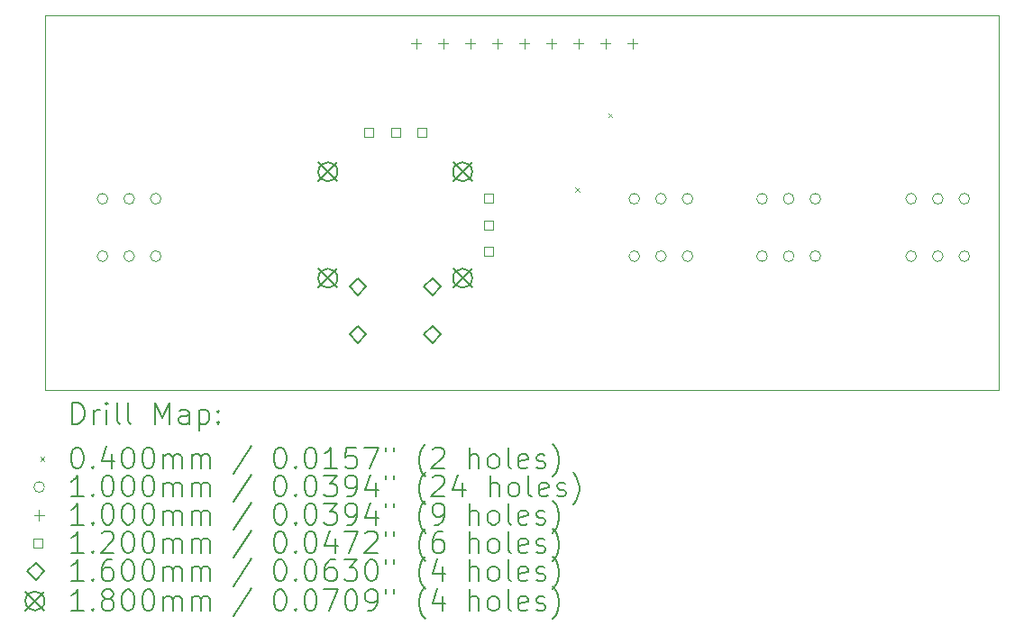
<source format=gbr>
%TF.GenerationSoftware,KiCad,Pcbnew,7.0.9-7.0.9~ubuntu23.10.1*%
%TF.CreationDate,2023-12-22T14:56:49-05:00*%
%TF.ProjectId,buttons,62757474-6f6e-4732-9e6b-696361645f70,rev?*%
%TF.SameCoordinates,Original*%
%TF.FileFunction,Drillmap*%
%TF.FilePolarity,Positive*%
%FSLAX45Y45*%
G04 Gerber Fmt 4.5, Leading zero omitted, Abs format (unit mm)*
G04 Created by KiCad (PCBNEW 7.0.9-7.0.9~ubuntu23.10.1) date 2023-12-22 14:56:49*
%MOMM*%
%LPD*%
G01*
G04 APERTURE LIST*
%ADD10C,0.100000*%
%ADD11C,0.200000*%
%ADD12C,0.119999*%
%ADD13C,0.159999*%
%ADD14C,0.179999*%
G04 APERTURE END LIST*
D10*
X10290000Y-9050000D02*
X19250000Y-9050000D01*
X19250000Y-12575000D01*
X10290000Y-12575000D01*
X10290000Y-9050000D01*
D11*
D10*
X15270000Y-10670000D02*
X15310000Y-10710000D01*
X15310000Y-10670000D02*
X15270000Y-10710000D01*
X15580000Y-9970000D02*
X15620000Y-10010000D01*
X15620000Y-9970000D02*
X15580000Y-10010000D01*
X10880000Y-10775000D02*
G75*
G03*
X10880000Y-10775000I-50000J0D01*
G01*
X10880000Y-11315000D02*
G75*
G03*
X10880000Y-11315000I-50000J0D01*
G01*
X11130000Y-10775000D02*
G75*
G03*
X11130000Y-10775000I-50000J0D01*
G01*
X11130000Y-11315000D02*
G75*
G03*
X11130000Y-11315000I-50000J0D01*
G01*
X11380000Y-10775000D02*
G75*
G03*
X11380000Y-10775000I-50000J0D01*
G01*
X11380000Y-11315000D02*
G75*
G03*
X11380000Y-11315000I-50000J0D01*
G01*
X15875000Y-10775000D02*
G75*
G03*
X15875000Y-10775000I-50000J0D01*
G01*
X15875000Y-11315000D02*
G75*
G03*
X15875000Y-11315000I-50000J0D01*
G01*
X16125000Y-10775000D02*
G75*
G03*
X16125000Y-10775000I-50000J0D01*
G01*
X16125000Y-11315000D02*
G75*
G03*
X16125000Y-11315000I-50000J0D01*
G01*
X16375000Y-10775000D02*
G75*
G03*
X16375000Y-10775000I-50000J0D01*
G01*
X16375000Y-11315000D02*
G75*
G03*
X16375000Y-11315000I-50000J0D01*
G01*
X17075000Y-10775000D02*
G75*
G03*
X17075000Y-10775000I-50000J0D01*
G01*
X17075000Y-11315000D02*
G75*
G03*
X17075000Y-11315000I-50000J0D01*
G01*
X17325000Y-10775000D02*
G75*
G03*
X17325000Y-10775000I-50000J0D01*
G01*
X17325000Y-11315000D02*
G75*
G03*
X17325000Y-11315000I-50000J0D01*
G01*
X17575000Y-10775000D02*
G75*
G03*
X17575000Y-10775000I-50000J0D01*
G01*
X17575000Y-11315000D02*
G75*
G03*
X17575000Y-11315000I-50000J0D01*
G01*
X18475000Y-10775000D02*
G75*
G03*
X18475000Y-10775000I-50000J0D01*
G01*
X18475000Y-11315000D02*
G75*
G03*
X18475000Y-11315000I-50000J0D01*
G01*
X18725000Y-10775000D02*
G75*
G03*
X18725000Y-10775000I-50000J0D01*
G01*
X18725000Y-11315000D02*
G75*
G03*
X18725000Y-11315000I-50000J0D01*
G01*
X18975000Y-10775000D02*
G75*
G03*
X18975000Y-10775000I-50000J0D01*
G01*
X18975000Y-11315000D02*
G75*
G03*
X18975000Y-11315000I-50000J0D01*
G01*
X13775000Y-9267500D02*
X13775000Y-9367500D01*
X13725000Y-9317500D02*
X13825000Y-9317500D01*
X14029000Y-9267500D02*
X14029000Y-9367500D01*
X13979000Y-9317500D02*
X14079000Y-9317500D01*
X14283000Y-9267500D02*
X14283000Y-9367500D01*
X14233000Y-9317500D02*
X14333000Y-9317500D01*
X14537000Y-9267500D02*
X14537000Y-9367500D01*
X14487000Y-9317500D02*
X14587000Y-9317500D01*
X14791000Y-9267500D02*
X14791000Y-9367500D01*
X14741000Y-9317500D02*
X14841000Y-9317500D01*
X15045000Y-9267500D02*
X15045000Y-9367500D01*
X14995000Y-9317500D02*
X15095000Y-9317500D01*
X15299000Y-9267500D02*
X15299000Y-9367500D01*
X15249000Y-9317500D02*
X15349000Y-9317500D01*
X15553000Y-9267500D02*
X15553000Y-9367500D01*
X15503000Y-9317500D02*
X15603000Y-9317500D01*
X15807000Y-9267500D02*
X15807000Y-9367500D01*
X15757000Y-9317500D02*
X15857000Y-9317500D01*
D12*
X13372427Y-10191427D02*
X13372427Y-10106573D01*
X13287573Y-10106573D01*
X13287573Y-10191427D01*
X13372427Y-10191427D01*
X13622427Y-10191427D02*
X13622427Y-10106573D01*
X13537573Y-10106573D01*
X13537573Y-10191427D01*
X13622427Y-10191427D01*
X13872427Y-10191427D02*
X13872427Y-10106573D01*
X13787573Y-10106573D01*
X13787573Y-10191427D01*
X13872427Y-10191427D01*
X14495427Y-10814427D02*
X14495427Y-10729573D01*
X14410573Y-10729573D01*
X14410573Y-10814427D01*
X14495427Y-10814427D01*
X14495427Y-11064427D02*
X14495427Y-10979573D01*
X14410573Y-10979573D01*
X14410573Y-11064427D01*
X14495427Y-11064427D01*
X14495427Y-11314427D02*
X14495427Y-11229573D01*
X14410573Y-11229573D01*
X14410573Y-11314427D01*
X14495427Y-11314427D01*
D13*
X13228000Y-11681000D02*
X13308000Y-11601000D01*
X13228000Y-11521000D01*
X13148000Y-11601000D01*
X13228000Y-11681000D01*
X13228000Y-12131000D02*
X13308000Y-12051000D01*
X13228000Y-11971000D01*
X13148000Y-12051000D01*
X13228000Y-12131000D01*
X13928000Y-11681000D02*
X14008000Y-11601000D01*
X13928000Y-11521000D01*
X13848000Y-11601000D01*
X13928000Y-11681000D01*
X13928000Y-12131000D02*
X14008000Y-12051000D01*
X13928000Y-11971000D01*
X13848000Y-12051000D01*
X13928000Y-12131000D01*
D14*
X12857000Y-10432000D02*
X13037000Y-10612000D01*
X13037000Y-10432000D02*
X12857000Y-10612000D01*
X13037000Y-10522000D02*
G75*
G03*
X13037000Y-10522000I-90000J0D01*
G01*
X12857000Y-11432000D02*
X13037000Y-11612000D01*
X13037000Y-11432000D02*
X12857000Y-11612000D01*
X13037000Y-11522000D02*
G75*
G03*
X13037000Y-11522000I-90000J0D01*
G01*
X14122000Y-10432000D02*
X14302000Y-10612000D01*
X14302000Y-10432000D02*
X14122000Y-10612000D01*
X14302000Y-10522000D02*
G75*
G03*
X14302000Y-10522000I-90000J0D01*
G01*
X14122000Y-11432000D02*
X14302000Y-11612000D01*
X14302000Y-11432000D02*
X14122000Y-11612000D01*
X14302000Y-11522000D02*
G75*
G03*
X14302000Y-11522000I-90000J0D01*
G01*
D11*
X10545777Y-12891484D02*
X10545777Y-12691484D01*
X10545777Y-12691484D02*
X10593396Y-12691484D01*
X10593396Y-12691484D02*
X10621967Y-12701008D01*
X10621967Y-12701008D02*
X10641015Y-12720055D01*
X10641015Y-12720055D02*
X10650539Y-12739103D01*
X10650539Y-12739103D02*
X10660063Y-12777198D01*
X10660063Y-12777198D02*
X10660063Y-12805769D01*
X10660063Y-12805769D02*
X10650539Y-12843865D01*
X10650539Y-12843865D02*
X10641015Y-12862912D01*
X10641015Y-12862912D02*
X10621967Y-12881960D01*
X10621967Y-12881960D02*
X10593396Y-12891484D01*
X10593396Y-12891484D02*
X10545777Y-12891484D01*
X10745777Y-12891484D02*
X10745777Y-12758150D01*
X10745777Y-12796246D02*
X10755301Y-12777198D01*
X10755301Y-12777198D02*
X10764824Y-12767674D01*
X10764824Y-12767674D02*
X10783872Y-12758150D01*
X10783872Y-12758150D02*
X10802920Y-12758150D01*
X10869586Y-12891484D02*
X10869586Y-12758150D01*
X10869586Y-12691484D02*
X10860063Y-12701008D01*
X10860063Y-12701008D02*
X10869586Y-12710531D01*
X10869586Y-12710531D02*
X10879110Y-12701008D01*
X10879110Y-12701008D02*
X10869586Y-12691484D01*
X10869586Y-12691484D02*
X10869586Y-12710531D01*
X10993396Y-12891484D02*
X10974348Y-12881960D01*
X10974348Y-12881960D02*
X10964824Y-12862912D01*
X10964824Y-12862912D02*
X10964824Y-12691484D01*
X11098158Y-12891484D02*
X11079110Y-12881960D01*
X11079110Y-12881960D02*
X11069586Y-12862912D01*
X11069586Y-12862912D02*
X11069586Y-12691484D01*
X11326729Y-12891484D02*
X11326729Y-12691484D01*
X11326729Y-12691484D02*
X11393396Y-12834341D01*
X11393396Y-12834341D02*
X11460062Y-12691484D01*
X11460062Y-12691484D02*
X11460062Y-12891484D01*
X11641015Y-12891484D02*
X11641015Y-12786722D01*
X11641015Y-12786722D02*
X11631491Y-12767674D01*
X11631491Y-12767674D02*
X11612443Y-12758150D01*
X11612443Y-12758150D02*
X11574348Y-12758150D01*
X11574348Y-12758150D02*
X11555301Y-12767674D01*
X11641015Y-12881960D02*
X11621967Y-12891484D01*
X11621967Y-12891484D02*
X11574348Y-12891484D01*
X11574348Y-12891484D02*
X11555301Y-12881960D01*
X11555301Y-12881960D02*
X11545777Y-12862912D01*
X11545777Y-12862912D02*
X11545777Y-12843865D01*
X11545777Y-12843865D02*
X11555301Y-12824817D01*
X11555301Y-12824817D02*
X11574348Y-12815293D01*
X11574348Y-12815293D02*
X11621967Y-12815293D01*
X11621967Y-12815293D02*
X11641015Y-12805769D01*
X11736253Y-12758150D02*
X11736253Y-12958150D01*
X11736253Y-12767674D02*
X11755301Y-12758150D01*
X11755301Y-12758150D02*
X11793396Y-12758150D01*
X11793396Y-12758150D02*
X11812443Y-12767674D01*
X11812443Y-12767674D02*
X11821967Y-12777198D01*
X11821967Y-12777198D02*
X11831491Y-12796246D01*
X11831491Y-12796246D02*
X11831491Y-12853388D01*
X11831491Y-12853388D02*
X11821967Y-12872436D01*
X11821967Y-12872436D02*
X11812443Y-12881960D01*
X11812443Y-12881960D02*
X11793396Y-12891484D01*
X11793396Y-12891484D02*
X11755301Y-12891484D01*
X11755301Y-12891484D02*
X11736253Y-12881960D01*
X11917205Y-12872436D02*
X11926729Y-12881960D01*
X11926729Y-12881960D02*
X11917205Y-12891484D01*
X11917205Y-12891484D02*
X11907682Y-12881960D01*
X11907682Y-12881960D02*
X11917205Y-12872436D01*
X11917205Y-12872436D02*
X11917205Y-12891484D01*
X11917205Y-12767674D02*
X11926729Y-12777198D01*
X11926729Y-12777198D02*
X11917205Y-12786722D01*
X11917205Y-12786722D02*
X11907682Y-12777198D01*
X11907682Y-12777198D02*
X11917205Y-12767674D01*
X11917205Y-12767674D02*
X11917205Y-12786722D01*
D10*
X10245000Y-13200000D02*
X10285000Y-13240000D01*
X10285000Y-13200000D02*
X10245000Y-13240000D01*
D11*
X10583872Y-13111484D02*
X10602920Y-13111484D01*
X10602920Y-13111484D02*
X10621967Y-13121008D01*
X10621967Y-13121008D02*
X10631491Y-13130531D01*
X10631491Y-13130531D02*
X10641015Y-13149579D01*
X10641015Y-13149579D02*
X10650539Y-13187674D01*
X10650539Y-13187674D02*
X10650539Y-13235293D01*
X10650539Y-13235293D02*
X10641015Y-13273388D01*
X10641015Y-13273388D02*
X10631491Y-13292436D01*
X10631491Y-13292436D02*
X10621967Y-13301960D01*
X10621967Y-13301960D02*
X10602920Y-13311484D01*
X10602920Y-13311484D02*
X10583872Y-13311484D01*
X10583872Y-13311484D02*
X10564824Y-13301960D01*
X10564824Y-13301960D02*
X10555301Y-13292436D01*
X10555301Y-13292436D02*
X10545777Y-13273388D01*
X10545777Y-13273388D02*
X10536253Y-13235293D01*
X10536253Y-13235293D02*
X10536253Y-13187674D01*
X10536253Y-13187674D02*
X10545777Y-13149579D01*
X10545777Y-13149579D02*
X10555301Y-13130531D01*
X10555301Y-13130531D02*
X10564824Y-13121008D01*
X10564824Y-13121008D02*
X10583872Y-13111484D01*
X10736253Y-13292436D02*
X10745777Y-13301960D01*
X10745777Y-13301960D02*
X10736253Y-13311484D01*
X10736253Y-13311484D02*
X10726729Y-13301960D01*
X10726729Y-13301960D02*
X10736253Y-13292436D01*
X10736253Y-13292436D02*
X10736253Y-13311484D01*
X10917205Y-13178150D02*
X10917205Y-13311484D01*
X10869586Y-13101960D02*
X10821967Y-13244817D01*
X10821967Y-13244817D02*
X10945777Y-13244817D01*
X11060063Y-13111484D02*
X11079110Y-13111484D01*
X11079110Y-13111484D02*
X11098158Y-13121008D01*
X11098158Y-13121008D02*
X11107682Y-13130531D01*
X11107682Y-13130531D02*
X11117205Y-13149579D01*
X11117205Y-13149579D02*
X11126729Y-13187674D01*
X11126729Y-13187674D02*
X11126729Y-13235293D01*
X11126729Y-13235293D02*
X11117205Y-13273388D01*
X11117205Y-13273388D02*
X11107682Y-13292436D01*
X11107682Y-13292436D02*
X11098158Y-13301960D01*
X11098158Y-13301960D02*
X11079110Y-13311484D01*
X11079110Y-13311484D02*
X11060063Y-13311484D01*
X11060063Y-13311484D02*
X11041015Y-13301960D01*
X11041015Y-13301960D02*
X11031491Y-13292436D01*
X11031491Y-13292436D02*
X11021967Y-13273388D01*
X11021967Y-13273388D02*
X11012444Y-13235293D01*
X11012444Y-13235293D02*
X11012444Y-13187674D01*
X11012444Y-13187674D02*
X11021967Y-13149579D01*
X11021967Y-13149579D02*
X11031491Y-13130531D01*
X11031491Y-13130531D02*
X11041015Y-13121008D01*
X11041015Y-13121008D02*
X11060063Y-13111484D01*
X11250539Y-13111484D02*
X11269586Y-13111484D01*
X11269586Y-13111484D02*
X11288634Y-13121008D01*
X11288634Y-13121008D02*
X11298158Y-13130531D01*
X11298158Y-13130531D02*
X11307682Y-13149579D01*
X11307682Y-13149579D02*
X11317205Y-13187674D01*
X11317205Y-13187674D02*
X11317205Y-13235293D01*
X11317205Y-13235293D02*
X11307682Y-13273388D01*
X11307682Y-13273388D02*
X11298158Y-13292436D01*
X11298158Y-13292436D02*
X11288634Y-13301960D01*
X11288634Y-13301960D02*
X11269586Y-13311484D01*
X11269586Y-13311484D02*
X11250539Y-13311484D01*
X11250539Y-13311484D02*
X11231491Y-13301960D01*
X11231491Y-13301960D02*
X11221967Y-13292436D01*
X11221967Y-13292436D02*
X11212443Y-13273388D01*
X11212443Y-13273388D02*
X11202920Y-13235293D01*
X11202920Y-13235293D02*
X11202920Y-13187674D01*
X11202920Y-13187674D02*
X11212443Y-13149579D01*
X11212443Y-13149579D02*
X11221967Y-13130531D01*
X11221967Y-13130531D02*
X11231491Y-13121008D01*
X11231491Y-13121008D02*
X11250539Y-13111484D01*
X11402920Y-13311484D02*
X11402920Y-13178150D01*
X11402920Y-13197198D02*
X11412443Y-13187674D01*
X11412443Y-13187674D02*
X11431491Y-13178150D01*
X11431491Y-13178150D02*
X11460063Y-13178150D01*
X11460063Y-13178150D02*
X11479110Y-13187674D01*
X11479110Y-13187674D02*
X11488634Y-13206722D01*
X11488634Y-13206722D02*
X11488634Y-13311484D01*
X11488634Y-13206722D02*
X11498158Y-13187674D01*
X11498158Y-13187674D02*
X11517205Y-13178150D01*
X11517205Y-13178150D02*
X11545777Y-13178150D01*
X11545777Y-13178150D02*
X11564824Y-13187674D01*
X11564824Y-13187674D02*
X11574348Y-13206722D01*
X11574348Y-13206722D02*
X11574348Y-13311484D01*
X11669586Y-13311484D02*
X11669586Y-13178150D01*
X11669586Y-13197198D02*
X11679110Y-13187674D01*
X11679110Y-13187674D02*
X11698158Y-13178150D01*
X11698158Y-13178150D02*
X11726729Y-13178150D01*
X11726729Y-13178150D02*
X11745777Y-13187674D01*
X11745777Y-13187674D02*
X11755301Y-13206722D01*
X11755301Y-13206722D02*
X11755301Y-13311484D01*
X11755301Y-13206722D02*
X11764824Y-13187674D01*
X11764824Y-13187674D02*
X11783872Y-13178150D01*
X11783872Y-13178150D02*
X11812443Y-13178150D01*
X11812443Y-13178150D02*
X11831491Y-13187674D01*
X11831491Y-13187674D02*
X11841015Y-13206722D01*
X11841015Y-13206722D02*
X11841015Y-13311484D01*
X12231491Y-13101960D02*
X12060063Y-13359103D01*
X12488634Y-13111484D02*
X12507682Y-13111484D01*
X12507682Y-13111484D02*
X12526729Y-13121008D01*
X12526729Y-13121008D02*
X12536253Y-13130531D01*
X12536253Y-13130531D02*
X12545777Y-13149579D01*
X12545777Y-13149579D02*
X12555301Y-13187674D01*
X12555301Y-13187674D02*
X12555301Y-13235293D01*
X12555301Y-13235293D02*
X12545777Y-13273388D01*
X12545777Y-13273388D02*
X12536253Y-13292436D01*
X12536253Y-13292436D02*
X12526729Y-13301960D01*
X12526729Y-13301960D02*
X12507682Y-13311484D01*
X12507682Y-13311484D02*
X12488634Y-13311484D01*
X12488634Y-13311484D02*
X12469586Y-13301960D01*
X12469586Y-13301960D02*
X12460063Y-13292436D01*
X12460063Y-13292436D02*
X12450539Y-13273388D01*
X12450539Y-13273388D02*
X12441015Y-13235293D01*
X12441015Y-13235293D02*
X12441015Y-13187674D01*
X12441015Y-13187674D02*
X12450539Y-13149579D01*
X12450539Y-13149579D02*
X12460063Y-13130531D01*
X12460063Y-13130531D02*
X12469586Y-13121008D01*
X12469586Y-13121008D02*
X12488634Y-13111484D01*
X12641015Y-13292436D02*
X12650539Y-13301960D01*
X12650539Y-13301960D02*
X12641015Y-13311484D01*
X12641015Y-13311484D02*
X12631491Y-13301960D01*
X12631491Y-13301960D02*
X12641015Y-13292436D01*
X12641015Y-13292436D02*
X12641015Y-13311484D01*
X12774348Y-13111484D02*
X12793396Y-13111484D01*
X12793396Y-13111484D02*
X12812444Y-13121008D01*
X12812444Y-13121008D02*
X12821967Y-13130531D01*
X12821967Y-13130531D02*
X12831491Y-13149579D01*
X12831491Y-13149579D02*
X12841015Y-13187674D01*
X12841015Y-13187674D02*
X12841015Y-13235293D01*
X12841015Y-13235293D02*
X12831491Y-13273388D01*
X12831491Y-13273388D02*
X12821967Y-13292436D01*
X12821967Y-13292436D02*
X12812444Y-13301960D01*
X12812444Y-13301960D02*
X12793396Y-13311484D01*
X12793396Y-13311484D02*
X12774348Y-13311484D01*
X12774348Y-13311484D02*
X12755301Y-13301960D01*
X12755301Y-13301960D02*
X12745777Y-13292436D01*
X12745777Y-13292436D02*
X12736253Y-13273388D01*
X12736253Y-13273388D02*
X12726729Y-13235293D01*
X12726729Y-13235293D02*
X12726729Y-13187674D01*
X12726729Y-13187674D02*
X12736253Y-13149579D01*
X12736253Y-13149579D02*
X12745777Y-13130531D01*
X12745777Y-13130531D02*
X12755301Y-13121008D01*
X12755301Y-13121008D02*
X12774348Y-13111484D01*
X13031491Y-13311484D02*
X12917206Y-13311484D01*
X12974348Y-13311484D02*
X12974348Y-13111484D01*
X12974348Y-13111484D02*
X12955301Y-13140055D01*
X12955301Y-13140055D02*
X12936253Y-13159103D01*
X12936253Y-13159103D02*
X12917206Y-13168627D01*
X13212444Y-13111484D02*
X13117206Y-13111484D01*
X13117206Y-13111484D02*
X13107682Y-13206722D01*
X13107682Y-13206722D02*
X13117206Y-13197198D01*
X13117206Y-13197198D02*
X13136253Y-13187674D01*
X13136253Y-13187674D02*
X13183872Y-13187674D01*
X13183872Y-13187674D02*
X13202920Y-13197198D01*
X13202920Y-13197198D02*
X13212444Y-13206722D01*
X13212444Y-13206722D02*
X13221967Y-13225769D01*
X13221967Y-13225769D02*
X13221967Y-13273388D01*
X13221967Y-13273388D02*
X13212444Y-13292436D01*
X13212444Y-13292436D02*
X13202920Y-13301960D01*
X13202920Y-13301960D02*
X13183872Y-13311484D01*
X13183872Y-13311484D02*
X13136253Y-13311484D01*
X13136253Y-13311484D02*
X13117206Y-13301960D01*
X13117206Y-13301960D02*
X13107682Y-13292436D01*
X13288634Y-13111484D02*
X13421967Y-13111484D01*
X13421967Y-13111484D02*
X13336253Y-13311484D01*
X13488634Y-13111484D02*
X13488634Y-13149579D01*
X13564825Y-13111484D02*
X13564825Y-13149579D01*
X13860063Y-13387674D02*
X13850539Y-13378150D01*
X13850539Y-13378150D02*
X13831491Y-13349579D01*
X13831491Y-13349579D02*
X13821968Y-13330531D01*
X13821968Y-13330531D02*
X13812444Y-13301960D01*
X13812444Y-13301960D02*
X13802920Y-13254341D01*
X13802920Y-13254341D02*
X13802920Y-13216246D01*
X13802920Y-13216246D02*
X13812444Y-13168627D01*
X13812444Y-13168627D02*
X13821968Y-13140055D01*
X13821968Y-13140055D02*
X13831491Y-13121008D01*
X13831491Y-13121008D02*
X13850539Y-13092436D01*
X13850539Y-13092436D02*
X13860063Y-13082912D01*
X13926729Y-13130531D02*
X13936253Y-13121008D01*
X13936253Y-13121008D02*
X13955301Y-13111484D01*
X13955301Y-13111484D02*
X14002920Y-13111484D01*
X14002920Y-13111484D02*
X14021968Y-13121008D01*
X14021968Y-13121008D02*
X14031491Y-13130531D01*
X14031491Y-13130531D02*
X14041015Y-13149579D01*
X14041015Y-13149579D02*
X14041015Y-13168627D01*
X14041015Y-13168627D02*
X14031491Y-13197198D01*
X14031491Y-13197198D02*
X13917206Y-13311484D01*
X13917206Y-13311484D02*
X14041015Y-13311484D01*
X14279110Y-13311484D02*
X14279110Y-13111484D01*
X14364825Y-13311484D02*
X14364825Y-13206722D01*
X14364825Y-13206722D02*
X14355301Y-13187674D01*
X14355301Y-13187674D02*
X14336253Y-13178150D01*
X14336253Y-13178150D02*
X14307682Y-13178150D01*
X14307682Y-13178150D02*
X14288634Y-13187674D01*
X14288634Y-13187674D02*
X14279110Y-13197198D01*
X14488634Y-13311484D02*
X14469587Y-13301960D01*
X14469587Y-13301960D02*
X14460063Y-13292436D01*
X14460063Y-13292436D02*
X14450539Y-13273388D01*
X14450539Y-13273388D02*
X14450539Y-13216246D01*
X14450539Y-13216246D02*
X14460063Y-13197198D01*
X14460063Y-13197198D02*
X14469587Y-13187674D01*
X14469587Y-13187674D02*
X14488634Y-13178150D01*
X14488634Y-13178150D02*
X14517206Y-13178150D01*
X14517206Y-13178150D02*
X14536253Y-13187674D01*
X14536253Y-13187674D02*
X14545777Y-13197198D01*
X14545777Y-13197198D02*
X14555301Y-13216246D01*
X14555301Y-13216246D02*
X14555301Y-13273388D01*
X14555301Y-13273388D02*
X14545777Y-13292436D01*
X14545777Y-13292436D02*
X14536253Y-13301960D01*
X14536253Y-13301960D02*
X14517206Y-13311484D01*
X14517206Y-13311484D02*
X14488634Y-13311484D01*
X14669587Y-13311484D02*
X14650539Y-13301960D01*
X14650539Y-13301960D02*
X14641015Y-13282912D01*
X14641015Y-13282912D02*
X14641015Y-13111484D01*
X14821968Y-13301960D02*
X14802920Y-13311484D01*
X14802920Y-13311484D02*
X14764825Y-13311484D01*
X14764825Y-13311484D02*
X14745777Y-13301960D01*
X14745777Y-13301960D02*
X14736253Y-13282912D01*
X14736253Y-13282912D02*
X14736253Y-13206722D01*
X14736253Y-13206722D02*
X14745777Y-13187674D01*
X14745777Y-13187674D02*
X14764825Y-13178150D01*
X14764825Y-13178150D02*
X14802920Y-13178150D01*
X14802920Y-13178150D02*
X14821968Y-13187674D01*
X14821968Y-13187674D02*
X14831491Y-13206722D01*
X14831491Y-13206722D02*
X14831491Y-13225769D01*
X14831491Y-13225769D02*
X14736253Y-13244817D01*
X14907682Y-13301960D02*
X14926730Y-13311484D01*
X14926730Y-13311484D02*
X14964825Y-13311484D01*
X14964825Y-13311484D02*
X14983872Y-13301960D01*
X14983872Y-13301960D02*
X14993396Y-13282912D01*
X14993396Y-13282912D02*
X14993396Y-13273388D01*
X14993396Y-13273388D02*
X14983872Y-13254341D01*
X14983872Y-13254341D02*
X14964825Y-13244817D01*
X14964825Y-13244817D02*
X14936253Y-13244817D01*
X14936253Y-13244817D02*
X14917206Y-13235293D01*
X14917206Y-13235293D02*
X14907682Y-13216246D01*
X14907682Y-13216246D02*
X14907682Y-13206722D01*
X14907682Y-13206722D02*
X14917206Y-13187674D01*
X14917206Y-13187674D02*
X14936253Y-13178150D01*
X14936253Y-13178150D02*
X14964825Y-13178150D01*
X14964825Y-13178150D02*
X14983872Y-13187674D01*
X15060063Y-13387674D02*
X15069587Y-13378150D01*
X15069587Y-13378150D02*
X15088634Y-13349579D01*
X15088634Y-13349579D02*
X15098158Y-13330531D01*
X15098158Y-13330531D02*
X15107682Y-13301960D01*
X15107682Y-13301960D02*
X15117206Y-13254341D01*
X15117206Y-13254341D02*
X15117206Y-13216246D01*
X15117206Y-13216246D02*
X15107682Y-13168627D01*
X15107682Y-13168627D02*
X15098158Y-13140055D01*
X15098158Y-13140055D02*
X15088634Y-13121008D01*
X15088634Y-13121008D02*
X15069587Y-13092436D01*
X15069587Y-13092436D02*
X15060063Y-13082912D01*
D10*
X10285000Y-13484000D02*
G75*
G03*
X10285000Y-13484000I-50000J0D01*
G01*
D11*
X10650539Y-13575484D02*
X10536253Y-13575484D01*
X10593396Y-13575484D02*
X10593396Y-13375484D01*
X10593396Y-13375484D02*
X10574348Y-13404055D01*
X10574348Y-13404055D02*
X10555301Y-13423103D01*
X10555301Y-13423103D02*
X10536253Y-13432627D01*
X10736253Y-13556436D02*
X10745777Y-13565960D01*
X10745777Y-13565960D02*
X10736253Y-13575484D01*
X10736253Y-13575484D02*
X10726729Y-13565960D01*
X10726729Y-13565960D02*
X10736253Y-13556436D01*
X10736253Y-13556436D02*
X10736253Y-13575484D01*
X10869586Y-13375484D02*
X10888634Y-13375484D01*
X10888634Y-13375484D02*
X10907682Y-13385008D01*
X10907682Y-13385008D02*
X10917205Y-13394531D01*
X10917205Y-13394531D02*
X10926729Y-13413579D01*
X10926729Y-13413579D02*
X10936253Y-13451674D01*
X10936253Y-13451674D02*
X10936253Y-13499293D01*
X10936253Y-13499293D02*
X10926729Y-13537388D01*
X10926729Y-13537388D02*
X10917205Y-13556436D01*
X10917205Y-13556436D02*
X10907682Y-13565960D01*
X10907682Y-13565960D02*
X10888634Y-13575484D01*
X10888634Y-13575484D02*
X10869586Y-13575484D01*
X10869586Y-13575484D02*
X10850539Y-13565960D01*
X10850539Y-13565960D02*
X10841015Y-13556436D01*
X10841015Y-13556436D02*
X10831491Y-13537388D01*
X10831491Y-13537388D02*
X10821967Y-13499293D01*
X10821967Y-13499293D02*
X10821967Y-13451674D01*
X10821967Y-13451674D02*
X10831491Y-13413579D01*
X10831491Y-13413579D02*
X10841015Y-13394531D01*
X10841015Y-13394531D02*
X10850539Y-13385008D01*
X10850539Y-13385008D02*
X10869586Y-13375484D01*
X11060063Y-13375484D02*
X11079110Y-13375484D01*
X11079110Y-13375484D02*
X11098158Y-13385008D01*
X11098158Y-13385008D02*
X11107682Y-13394531D01*
X11107682Y-13394531D02*
X11117205Y-13413579D01*
X11117205Y-13413579D02*
X11126729Y-13451674D01*
X11126729Y-13451674D02*
X11126729Y-13499293D01*
X11126729Y-13499293D02*
X11117205Y-13537388D01*
X11117205Y-13537388D02*
X11107682Y-13556436D01*
X11107682Y-13556436D02*
X11098158Y-13565960D01*
X11098158Y-13565960D02*
X11079110Y-13575484D01*
X11079110Y-13575484D02*
X11060063Y-13575484D01*
X11060063Y-13575484D02*
X11041015Y-13565960D01*
X11041015Y-13565960D02*
X11031491Y-13556436D01*
X11031491Y-13556436D02*
X11021967Y-13537388D01*
X11021967Y-13537388D02*
X11012444Y-13499293D01*
X11012444Y-13499293D02*
X11012444Y-13451674D01*
X11012444Y-13451674D02*
X11021967Y-13413579D01*
X11021967Y-13413579D02*
X11031491Y-13394531D01*
X11031491Y-13394531D02*
X11041015Y-13385008D01*
X11041015Y-13385008D02*
X11060063Y-13375484D01*
X11250539Y-13375484D02*
X11269586Y-13375484D01*
X11269586Y-13375484D02*
X11288634Y-13385008D01*
X11288634Y-13385008D02*
X11298158Y-13394531D01*
X11298158Y-13394531D02*
X11307682Y-13413579D01*
X11307682Y-13413579D02*
X11317205Y-13451674D01*
X11317205Y-13451674D02*
X11317205Y-13499293D01*
X11317205Y-13499293D02*
X11307682Y-13537388D01*
X11307682Y-13537388D02*
X11298158Y-13556436D01*
X11298158Y-13556436D02*
X11288634Y-13565960D01*
X11288634Y-13565960D02*
X11269586Y-13575484D01*
X11269586Y-13575484D02*
X11250539Y-13575484D01*
X11250539Y-13575484D02*
X11231491Y-13565960D01*
X11231491Y-13565960D02*
X11221967Y-13556436D01*
X11221967Y-13556436D02*
X11212443Y-13537388D01*
X11212443Y-13537388D02*
X11202920Y-13499293D01*
X11202920Y-13499293D02*
X11202920Y-13451674D01*
X11202920Y-13451674D02*
X11212443Y-13413579D01*
X11212443Y-13413579D02*
X11221967Y-13394531D01*
X11221967Y-13394531D02*
X11231491Y-13385008D01*
X11231491Y-13385008D02*
X11250539Y-13375484D01*
X11402920Y-13575484D02*
X11402920Y-13442150D01*
X11402920Y-13461198D02*
X11412443Y-13451674D01*
X11412443Y-13451674D02*
X11431491Y-13442150D01*
X11431491Y-13442150D02*
X11460063Y-13442150D01*
X11460063Y-13442150D02*
X11479110Y-13451674D01*
X11479110Y-13451674D02*
X11488634Y-13470722D01*
X11488634Y-13470722D02*
X11488634Y-13575484D01*
X11488634Y-13470722D02*
X11498158Y-13451674D01*
X11498158Y-13451674D02*
X11517205Y-13442150D01*
X11517205Y-13442150D02*
X11545777Y-13442150D01*
X11545777Y-13442150D02*
X11564824Y-13451674D01*
X11564824Y-13451674D02*
X11574348Y-13470722D01*
X11574348Y-13470722D02*
X11574348Y-13575484D01*
X11669586Y-13575484D02*
X11669586Y-13442150D01*
X11669586Y-13461198D02*
X11679110Y-13451674D01*
X11679110Y-13451674D02*
X11698158Y-13442150D01*
X11698158Y-13442150D02*
X11726729Y-13442150D01*
X11726729Y-13442150D02*
X11745777Y-13451674D01*
X11745777Y-13451674D02*
X11755301Y-13470722D01*
X11755301Y-13470722D02*
X11755301Y-13575484D01*
X11755301Y-13470722D02*
X11764824Y-13451674D01*
X11764824Y-13451674D02*
X11783872Y-13442150D01*
X11783872Y-13442150D02*
X11812443Y-13442150D01*
X11812443Y-13442150D02*
X11831491Y-13451674D01*
X11831491Y-13451674D02*
X11841015Y-13470722D01*
X11841015Y-13470722D02*
X11841015Y-13575484D01*
X12231491Y-13365960D02*
X12060063Y-13623103D01*
X12488634Y-13375484D02*
X12507682Y-13375484D01*
X12507682Y-13375484D02*
X12526729Y-13385008D01*
X12526729Y-13385008D02*
X12536253Y-13394531D01*
X12536253Y-13394531D02*
X12545777Y-13413579D01*
X12545777Y-13413579D02*
X12555301Y-13451674D01*
X12555301Y-13451674D02*
X12555301Y-13499293D01*
X12555301Y-13499293D02*
X12545777Y-13537388D01*
X12545777Y-13537388D02*
X12536253Y-13556436D01*
X12536253Y-13556436D02*
X12526729Y-13565960D01*
X12526729Y-13565960D02*
X12507682Y-13575484D01*
X12507682Y-13575484D02*
X12488634Y-13575484D01*
X12488634Y-13575484D02*
X12469586Y-13565960D01*
X12469586Y-13565960D02*
X12460063Y-13556436D01*
X12460063Y-13556436D02*
X12450539Y-13537388D01*
X12450539Y-13537388D02*
X12441015Y-13499293D01*
X12441015Y-13499293D02*
X12441015Y-13451674D01*
X12441015Y-13451674D02*
X12450539Y-13413579D01*
X12450539Y-13413579D02*
X12460063Y-13394531D01*
X12460063Y-13394531D02*
X12469586Y-13385008D01*
X12469586Y-13385008D02*
X12488634Y-13375484D01*
X12641015Y-13556436D02*
X12650539Y-13565960D01*
X12650539Y-13565960D02*
X12641015Y-13575484D01*
X12641015Y-13575484D02*
X12631491Y-13565960D01*
X12631491Y-13565960D02*
X12641015Y-13556436D01*
X12641015Y-13556436D02*
X12641015Y-13575484D01*
X12774348Y-13375484D02*
X12793396Y-13375484D01*
X12793396Y-13375484D02*
X12812444Y-13385008D01*
X12812444Y-13385008D02*
X12821967Y-13394531D01*
X12821967Y-13394531D02*
X12831491Y-13413579D01*
X12831491Y-13413579D02*
X12841015Y-13451674D01*
X12841015Y-13451674D02*
X12841015Y-13499293D01*
X12841015Y-13499293D02*
X12831491Y-13537388D01*
X12831491Y-13537388D02*
X12821967Y-13556436D01*
X12821967Y-13556436D02*
X12812444Y-13565960D01*
X12812444Y-13565960D02*
X12793396Y-13575484D01*
X12793396Y-13575484D02*
X12774348Y-13575484D01*
X12774348Y-13575484D02*
X12755301Y-13565960D01*
X12755301Y-13565960D02*
X12745777Y-13556436D01*
X12745777Y-13556436D02*
X12736253Y-13537388D01*
X12736253Y-13537388D02*
X12726729Y-13499293D01*
X12726729Y-13499293D02*
X12726729Y-13451674D01*
X12726729Y-13451674D02*
X12736253Y-13413579D01*
X12736253Y-13413579D02*
X12745777Y-13394531D01*
X12745777Y-13394531D02*
X12755301Y-13385008D01*
X12755301Y-13385008D02*
X12774348Y-13375484D01*
X12907682Y-13375484D02*
X13031491Y-13375484D01*
X13031491Y-13375484D02*
X12964825Y-13451674D01*
X12964825Y-13451674D02*
X12993396Y-13451674D01*
X12993396Y-13451674D02*
X13012444Y-13461198D01*
X13012444Y-13461198D02*
X13021967Y-13470722D01*
X13021967Y-13470722D02*
X13031491Y-13489769D01*
X13031491Y-13489769D02*
X13031491Y-13537388D01*
X13031491Y-13537388D02*
X13021967Y-13556436D01*
X13021967Y-13556436D02*
X13012444Y-13565960D01*
X13012444Y-13565960D02*
X12993396Y-13575484D01*
X12993396Y-13575484D02*
X12936253Y-13575484D01*
X12936253Y-13575484D02*
X12917206Y-13565960D01*
X12917206Y-13565960D02*
X12907682Y-13556436D01*
X13126729Y-13575484D02*
X13164825Y-13575484D01*
X13164825Y-13575484D02*
X13183872Y-13565960D01*
X13183872Y-13565960D02*
X13193396Y-13556436D01*
X13193396Y-13556436D02*
X13212444Y-13527865D01*
X13212444Y-13527865D02*
X13221967Y-13489769D01*
X13221967Y-13489769D02*
X13221967Y-13413579D01*
X13221967Y-13413579D02*
X13212444Y-13394531D01*
X13212444Y-13394531D02*
X13202920Y-13385008D01*
X13202920Y-13385008D02*
X13183872Y-13375484D01*
X13183872Y-13375484D02*
X13145777Y-13375484D01*
X13145777Y-13375484D02*
X13126729Y-13385008D01*
X13126729Y-13385008D02*
X13117206Y-13394531D01*
X13117206Y-13394531D02*
X13107682Y-13413579D01*
X13107682Y-13413579D02*
X13107682Y-13461198D01*
X13107682Y-13461198D02*
X13117206Y-13480246D01*
X13117206Y-13480246D02*
X13126729Y-13489769D01*
X13126729Y-13489769D02*
X13145777Y-13499293D01*
X13145777Y-13499293D02*
X13183872Y-13499293D01*
X13183872Y-13499293D02*
X13202920Y-13489769D01*
X13202920Y-13489769D02*
X13212444Y-13480246D01*
X13212444Y-13480246D02*
X13221967Y-13461198D01*
X13393396Y-13442150D02*
X13393396Y-13575484D01*
X13345777Y-13365960D02*
X13298158Y-13508817D01*
X13298158Y-13508817D02*
X13421967Y-13508817D01*
X13488634Y-13375484D02*
X13488634Y-13413579D01*
X13564825Y-13375484D02*
X13564825Y-13413579D01*
X13860063Y-13651674D02*
X13850539Y-13642150D01*
X13850539Y-13642150D02*
X13831491Y-13613579D01*
X13831491Y-13613579D02*
X13821968Y-13594531D01*
X13821968Y-13594531D02*
X13812444Y-13565960D01*
X13812444Y-13565960D02*
X13802920Y-13518341D01*
X13802920Y-13518341D02*
X13802920Y-13480246D01*
X13802920Y-13480246D02*
X13812444Y-13432627D01*
X13812444Y-13432627D02*
X13821968Y-13404055D01*
X13821968Y-13404055D02*
X13831491Y-13385008D01*
X13831491Y-13385008D02*
X13850539Y-13356436D01*
X13850539Y-13356436D02*
X13860063Y-13346912D01*
X13926729Y-13394531D02*
X13936253Y-13385008D01*
X13936253Y-13385008D02*
X13955301Y-13375484D01*
X13955301Y-13375484D02*
X14002920Y-13375484D01*
X14002920Y-13375484D02*
X14021968Y-13385008D01*
X14021968Y-13385008D02*
X14031491Y-13394531D01*
X14031491Y-13394531D02*
X14041015Y-13413579D01*
X14041015Y-13413579D02*
X14041015Y-13432627D01*
X14041015Y-13432627D02*
X14031491Y-13461198D01*
X14031491Y-13461198D02*
X13917206Y-13575484D01*
X13917206Y-13575484D02*
X14041015Y-13575484D01*
X14212444Y-13442150D02*
X14212444Y-13575484D01*
X14164825Y-13365960D02*
X14117206Y-13508817D01*
X14117206Y-13508817D02*
X14241015Y-13508817D01*
X14469587Y-13575484D02*
X14469587Y-13375484D01*
X14555301Y-13575484D02*
X14555301Y-13470722D01*
X14555301Y-13470722D02*
X14545777Y-13451674D01*
X14545777Y-13451674D02*
X14526730Y-13442150D01*
X14526730Y-13442150D02*
X14498158Y-13442150D01*
X14498158Y-13442150D02*
X14479110Y-13451674D01*
X14479110Y-13451674D02*
X14469587Y-13461198D01*
X14679110Y-13575484D02*
X14660063Y-13565960D01*
X14660063Y-13565960D02*
X14650539Y-13556436D01*
X14650539Y-13556436D02*
X14641015Y-13537388D01*
X14641015Y-13537388D02*
X14641015Y-13480246D01*
X14641015Y-13480246D02*
X14650539Y-13461198D01*
X14650539Y-13461198D02*
X14660063Y-13451674D01*
X14660063Y-13451674D02*
X14679110Y-13442150D01*
X14679110Y-13442150D02*
X14707682Y-13442150D01*
X14707682Y-13442150D02*
X14726730Y-13451674D01*
X14726730Y-13451674D02*
X14736253Y-13461198D01*
X14736253Y-13461198D02*
X14745777Y-13480246D01*
X14745777Y-13480246D02*
X14745777Y-13537388D01*
X14745777Y-13537388D02*
X14736253Y-13556436D01*
X14736253Y-13556436D02*
X14726730Y-13565960D01*
X14726730Y-13565960D02*
X14707682Y-13575484D01*
X14707682Y-13575484D02*
X14679110Y-13575484D01*
X14860063Y-13575484D02*
X14841015Y-13565960D01*
X14841015Y-13565960D02*
X14831491Y-13546912D01*
X14831491Y-13546912D02*
X14831491Y-13375484D01*
X15012444Y-13565960D02*
X14993396Y-13575484D01*
X14993396Y-13575484D02*
X14955301Y-13575484D01*
X14955301Y-13575484D02*
X14936253Y-13565960D01*
X14936253Y-13565960D02*
X14926730Y-13546912D01*
X14926730Y-13546912D02*
X14926730Y-13470722D01*
X14926730Y-13470722D02*
X14936253Y-13451674D01*
X14936253Y-13451674D02*
X14955301Y-13442150D01*
X14955301Y-13442150D02*
X14993396Y-13442150D01*
X14993396Y-13442150D02*
X15012444Y-13451674D01*
X15012444Y-13451674D02*
X15021968Y-13470722D01*
X15021968Y-13470722D02*
X15021968Y-13489769D01*
X15021968Y-13489769D02*
X14926730Y-13508817D01*
X15098158Y-13565960D02*
X15117206Y-13575484D01*
X15117206Y-13575484D02*
X15155301Y-13575484D01*
X15155301Y-13575484D02*
X15174349Y-13565960D01*
X15174349Y-13565960D02*
X15183872Y-13546912D01*
X15183872Y-13546912D02*
X15183872Y-13537388D01*
X15183872Y-13537388D02*
X15174349Y-13518341D01*
X15174349Y-13518341D02*
X15155301Y-13508817D01*
X15155301Y-13508817D02*
X15126730Y-13508817D01*
X15126730Y-13508817D02*
X15107682Y-13499293D01*
X15107682Y-13499293D02*
X15098158Y-13480246D01*
X15098158Y-13480246D02*
X15098158Y-13470722D01*
X15098158Y-13470722D02*
X15107682Y-13451674D01*
X15107682Y-13451674D02*
X15126730Y-13442150D01*
X15126730Y-13442150D02*
X15155301Y-13442150D01*
X15155301Y-13442150D02*
X15174349Y-13451674D01*
X15250539Y-13651674D02*
X15260063Y-13642150D01*
X15260063Y-13642150D02*
X15279111Y-13613579D01*
X15279111Y-13613579D02*
X15288634Y-13594531D01*
X15288634Y-13594531D02*
X15298158Y-13565960D01*
X15298158Y-13565960D02*
X15307682Y-13518341D01*
X15307682Y-13518341D02*
X15307682Y-13480246D01*
X15307682Y-13480246D02*
X15298158Y-13432627D01*
X15298158Y-13432627D02*
X15288634Y-13404055D01*
X15288634Y-13404055D02*
X15279111Y-13385008D01*
X15279111Y-13385008D02*
X15260063Y-13356436D01*
X15260063Y-13356436D02*
X15250539Y-13346912D01*
D10*
X10235000Y-13698000D02*
X10235000Y-13798000D01*
X10185000Y-13748000D02*
X10285000Y-13748000D01*
D11*
X10650539Y-13839484D02*
X10536253Y-13839484D01*
X10593396Y-13839484D02*
X10593396Y-13639484D01*
X10593396Y-13639484D02*
X10574348Y-13668055D01*
X10574348Y-13668055D02*
X10555301Y-13687103D01*
X10555301Y-13687103D02*
X10536253Y-13696627D01*
X10736253Y-13820436D02*
X10745777Y-13829960D01*
X10745777Y-13829960D02*
X10736253Y-13839484D01*
X10736253Y-13839484D02*
X10726729Y-13829960D01*
X10726729Y-13829960D02*
X10736253Y-13820436D01*
X10736253Y-13820436D02*
X10736253Y-13839484D01*
X10869586Y-13639484D02*
X10888634Y-13639484D01*
X10888634Y-13639484D02*
X10907682Y-13649008D01*
X10907682Y-13649008D02*
X10917205Y-13658531D01*
X10917205Y-13658531D02*
X10926729Y-13677579D01*
X10926729Y-13677579D02*
X10936253Y-13715674D01*
X10936253Y-13715674D02*
X10936253Y-13763293D01*
X10936253Y-13763293D02*
X10926729Y-13801388D01*
X10926729Y-13801388D02*
X10917205Y-13820436D01*
X10917205Y-13820436D02*
X10907682Y-13829960D01*
X10907682Y-13829960D02*
X10888634Y-13839484D01*
X10888634Y-13839484D02*
X10869586Y-13839484D01*
X10869586Y-13839484D02*
X10850539Y-13829960D01*
X10850539Y-13829960D02*
X10841015Y-13820436D01*
X10841015Y-13820436D02*
X10831491Y-13801388D01*
X10831491Y-13801388D02*
X10821967Y-13763293D01*
X10821967Y-13763293D02*
X10821967Y-13715674D01*
X10821967Y-13715674D02*
X10831491Y-13677579D01*
X10831491Y-13677579D02*
X10841015Y-13658531D01*
X10841015Y-13658531D02*
X10850539Y-13649008D01*
X10850539Y-13649008D02*
X10869586Y-13639484D01*
X11060063Y-13639484D02*
X11079110Y-13639484D01*
X11079110Y-13639484D02*
X11098158Y-13649008D01*
X11098158Y-13649008D02*
X11107682Y-13658531D01*
X11107682Y-13658531D02*
X11117205Y-13677579D01*
X11117205Y-13677579D02*
X11126729Y-13715674D01*
X11126729Y-13715674D02*
X11126729Y-13763293D01*
X11126729Y-13763293D02*
X11117205Y-13801388D01*
X11117205Y-13801388D02*
X11107682Y-13820436D01*
X11107682Y-13820436D02*
X11098158Y-13829960D01*
X11098158Y-13829960D02*
X11079110Y-13839484D01*
X11079110Y-13839484D02*
X11060063Y-13839484D01*
X11060063Y-13839484D02*
X11041015Y-13829960D01*
X11041015Y-13829960D02*
X11031491Y-13820436D01*
X11031491Y-13820436D02*
X11021967Y-13801388D01*
X11021967Y-13801388D02*
X11012444Y-13763293D01*
X11012444Y-13763293D02*
X11012444Y-13715674D01*
X11012444Y-13715674D02*
X11021967Y-13677579D01*
X11021967Y-13677579D02*
X11031491Y-13658531D01*
X11031491Y-13658531D02*
X11041015Y-13649008D01*
X11041015Y-13649008D02*
X11060063Y-13639484D01*
X11250539Y-13639484D02*
X11269586Y-13639484D01*
X11269586Y-13639484D02*
X11288634Y-13649008D01*
X11288634Y-13649008D02*
X11298158Y-13658531D01*
X11298158Y-13658531D02*
X11307682Y-13677579D01*
X11307682Y-13677579D02*
X11317205Y-13715674D01*
X11317205Y-13715674D02*
X11317205Y-13763293D01*
X11317205Y-13763293D02*
X11307682Y-13801388D01*
X11307682Y-13801388D02*
X11298158Y-13820436D01*
X11298158Y-13820436D02*
X11288634Y-13829960D01*
X11288634Y-13829960D02*
X11269586Y-13839484D01*
X11269586Y-13839484D02*
X11250539Y-13839484D01*
X11250539Y-13839484D02*
X11231491Y-13829960D01*
X11231491Y-13829960D02*
X11221967Y-13820436D01*
X11221967Y-13820436D02*
X11212443Y-13801388D01*
X11212443Y-13801388D02*
X11202920Y-13763293D01*
X11202920Y-13763293D02*
X11202920Y-13715674D01*
X11202920Y-13715674D02*
X11212443Y-13677579D01*
X11212443Y-13677579D02*
X11221967Y-13658531D01*
X11221967Y-13658531D02*
X11231491Y-13649008D01*
X11231491Y-13649008D02*
X11250539Y-13639484D01*
X11402920Y-13839484D02*
X11402920Y-13706150D01*
X11402920Y-13725198D02*
X11412443Y-13715674D01*
X11412443Y-13715674D02*
X11431491Y-13706150D01*
X11431491Y-13706150D02*
X11460063Y-13706150D01*
X11460063Y-13706150D02*
X11479110Y-13715674D01*
X11479110Y-13715674D02*
X11488634Y-13734722D01*
X11488634Y-13734722D02*
X11488634Y-13839484D01*
X11488634Y-13734722D02*
X11498158Y-13715674D01*
X11498158Y-13715674D02*
X11517205Y-13706150D01*
X11517205Y-13706150D02*
X11545777Y-13706150D01*
X11545777Y-13706150D02*
X11564824Y-13715674D01*
X11564824Y-13715674D02*
X11574348Y-13734722D01*
X11574348Y-13734722D02*
X11574348Y-13839484D01*
X11669586Y-13839484D02*
X11669586Y-13706150D01*
X11669586Y-13725198D02*
X11679110Y-13715674D01*
X11679110Y-13715674D02*
X11698158Y-13706150D01*
X11698158Y-13706150D02*
X11726729Y-13706150D01*
X11726729Y-13706150D02*
X11745777Y-13715674D01*
X11745777Y-13715674D02*
X11755301Y-13734722D01*
X11755301Y-13734722D02*
X11755301Y-13839484D01*
X11755301Y-13734722D02*
X11764824Y-13715674D01*
X11764824Y-13715674D02*
X11783872Y-13706150D01*
X11783872Y-13706150D02*
X11812443Y-13706150D01*
X11812443Y-13706150D02*
X11831491Y-13715674D01*
X11831491Y-13715674D02*
X11841015Y-13734722D01*
X11841015Y-13734722D02*
X11841015Y-13839484D01*
X12231491Y-13629960D02*
X12060063Y-13887103D01*
X12488634Y-13639484D02*
X12507682Y-13639484D01*
X12507682Y-13639484D02*
X12526729Y-13649008D01*
X12526729Y-13649008D02*
X12536253Y-13658531D01*
X12536253Y-13658531D02*
X12545777Y-13677579D01*
X12545777Y-13677579D02*
X12555301Y-13715674D01*
X12555301Y-13715674D02*
X12555301Y-13763293D01*
X12555301Y-13763293D02*
X12545777Y-13801388D01*
X12545777Y-13801388D02*
X12536253Y-13820436D01*
X12536253Y-13820436D02*
X12526729Y-13829960D01*
X12526729Y-13829960D02*
X12507682Y-13839484D01*
X12507682Y-13839484D02*
X12488634Y-13839484D01*
X12488634Y-13839484D02*
X12469586Y-13829960D01*
X12469586Y-13829960D02*
X12460063Y-13820436D01*
X12460063Y-13820436D02*
X12450539Y-13801388D01*
X12450539Y-13801388D02*
X12441015Y-13763293D01*
X12441015Y-13763293D02*
X12441015Y-13715674D01*
X12441015Y-13715674D02*
X12450539Y-13677579D01*
X12450539Y-13677579D02*
X12460063Y-13658531D01*
X12460063Y-13658531D02*
X12469586Y-13649008D01*
X12469586Y-13649008D02*
X12488634Y-13639484D01*
X12641015Y-13820436D02*
X12650539Y-13829960D01*
X12650539Y-13829960D02*
X12641015Y-13839484D01*
X12641015Y-13839484D02*
X12631491Y-13829960D01*
X12631491Y-13829960D02*
X12641015Y-13820436D01*
X12641015Y-13820436D02*
X12641015Y-13839484D01*
X12774348Y-13639484D02*
X12793396Y-13639484D01*
X12793396Y-13639484D02*
X12812444Y-13649008D01*
X12812444Y-13649008D02*
X12821967Y-13658531D01*
X12821967Y-13658531D02*
X12831491Y-13677579D01*
X12831491Y-13677579D02*
X12841015Y-13715674D01*
X12841015Y-13715674D02*
X12841015Y-13763293D01*
X12841015Y-13763293D02*
X12831491Y-13801388D01*
X12831491Y-13801388D02*
X12821967Y-13820436D01*
X12821967Y-13820436D02*
X12812444Y-13829960D01*
X12812444Y-13829960D02*
X12793396Y-13839484D01*
X12793396Y-13839484D02*
X12774348Y-13839484D01*
X12774348Y-13839484D02*
X12755301Y-13829960D01*
X12755301Y-13829960D02*
X12745777Y-13820436D01*
X12745777Y-13820436D02*
X12736253Y-13801388D01*
X12736253Y-13801388D02*
X12726729Y-13763293D01*
X12726729Y-13763293D02*
X12726729Y-13715674D01*
X12726729Y-13715674D02*
X12736253Y-13677579D01*
X12736253Y-13677579D02*
X12745777Y-13658531D01*
X12745777Y-13658531D02*
X12755301Y-13649008D01*
X12755301Y-13649008D02*
X12774348Y-13639484D01*
X12907682Y-13639484D02*
X13031491Y-13639484D01*
X13031491Y-13639484D02*
X12964825Y-13715674D01*
X12964825Y-13715674D02*
X12993396Y-13715674D01*
X12993396Y-13715674D02*
X13012444Y-13725198D01*
X13012444Y-13725198D02*
X13021967Y-13734722D01*
X13021967Y-13734722D02*
X13031491Y-13753769D01*
X13031491Y-13753769D02*
X13031491Y-13801388D01*
X13031491Y-13801388D02*
X13021967Y-13820436D01*
X13021967Y-13820436D02*
X13012444Y-13829960D01*
X13012444Y-13829960D02*
X12993396Y-13839484D01*
X12993396Y-13839484D02*
X12936253Y-13839484D01*
X12936253Y-13839484D02*
X12917206Y-13829960D01*
X12917206Y-13829960D02*
X12907682Y-13820436D01*
X13126729Y-13839484D02*
X13164825Y-13839484D01*
X13164825Y-13839484D02*
X13183872Y-13829960D01*
X13183872Y-13829960D02*
X13193396Y-13820436D01*
X13193396Y-13820436D02*
X13212444Y-13791865D01*
X13212444Y-13791865D02*
X13221967Y-13753769D01*
X13221967Y-13753769D02*
X13221967Y-13677579D01*
X13221967Y-13677579D02*
X13212444Y-13658531D01*
X13212444Y-13658531D02*
X13202920Y-13649008D01*
X13202920Y-13649008D02*
X13183872Y-13639484D01*
X13183872Y-13639484D02*
X13145777Y-13639484D01*
X13145777Y-13639484D02*
X13126729Y-13649008D01*
X13126729Y-13649008D02*
X13117206Y-13658531D01*
X13117206Y-13658531D02*
X13107682Y-13677579D01*
X13107682Y-13677579D02*
X13107682Y-13725198D01*
X13107682Y-13725198D02*
X13117206Y-13744246D01*
X13117206Y-13744246D02*
X13126729Y-13753769D01*
X13126729Y-13753769D02*
X13145777Y-13763293D01*
X13145777Y-13763293D02*
X13183872Y-13763293D01*
X13183872Y-13763293D02*
X13202920Y-13753769D01*
X13202920Y-13753769D02*
X13212444Y-13744246D01*
X13212444Y-13744246D02*
X13221967Y-13725198D01*
X13393396Y-13706150D02*
X13393396Y-13839484D01*
X13345777Y-13629960D02*
X13298158Y-13772817D01*
X13298158Y-13772817D02*
X13421967Y-13772817D01*
X13488634Y-13639484D02*
X13488634Y-13677579D01*
X13564825Y-13639484D02*
X13564825Y-13677579D01*
X13860063Y-13915674D02*
X13850539Y-13906150D01*
X13850539Y-13906150D02*
X13831491Y-13877579D01*
X13831491Y-13877579D02*
X13821968Y-13858531D01*
X13821968Y-13858531D02*
X13812444Y-13829960D01*
X13812444Y-13829960D02*
X13802920Y-13782341D01*
X13802920Y-13782341D02*
X13802920Y-13744246D01*
X13802920Y-13744246D02*
X13812444Y-13696627D01*
X13812444Y-13696627D02*
X13821968Y-13668055D01*
X13821968Y-13668055D02*
X13831491Y-13649008D01*
X13831491Y-13649008D02*
X13850539Y-13620436D01*
X13850539Y-13620436D02*
X13860063Y-13610912D01*
X13945777Y-13839484D02*
X13983872Y-13839484D01*
X13983872Y-13839484D02*
X14002920Y-13829960D01*
X14002920Y-13829960D02*
X14012444Y-13820436D01*
X14012444Y-13820436D02*
X14031491Y-13791865D01*
X14031491Y-13791865D02*
X14041015Y-13753769D01*
X14041015Y-13753769D02*
X14041015Y-13677579D01*
X14041015Y-13677579D02*
X14031491Y-13658531D01*
X14031491Y-13658531D02*
X14021968Y-13649008D01*
X14021968Y-13649008D02*
X14002920Y-13639484D01*
X14002920Y-13639484D02*
X13964825Y-13639484D01*
X13964825Y-13639484D02*
X13945777Y-13649008D01*
X13945777Y-13649008D02*
X13936253Y-13658531D01*
X13936253Y-13658531D02*
X13926729Y-13677579D01*
X13926729Y-13677579D02*
X13926729Y-13725198D01*
X13926729Y-13725198D02*
X13936253Y-13744246D01*
X13936253Y-13744246D02*
X13945777Y-13753769D01*
X13945777Y-13753769D02*
X13964825Y-13763293D01*
X13964825Y-13763293D02*
X14002920Y-13763293D01*
X14002920Y-13763293D02*
X14021968Y-13753769D01*
X14021968Y-13753769D02*
X14031491Y-13744246D01*
X14031491Y-13744246D02*
X14041015Y-13725198D01*
X14279110Y-13839484D02*
X14279110Y-13639484D01*
X14364825Y-13839484D02*
X14364825Y-13734722D01*
X14364825Y-13734722D02*
X14355301Y-13715674D01*
X14355301Y-13715674D02*
X14336253Y-13706150D01*
X14336253Y-13706150D02*
X14307682Y-13706150D01*
X14307682Y-13706150D02*
X14288634Y-13715674D01*
X14288634Y-13715674D02*
X14279110Y-13725198D01*
X14488634Y-13839484D02*
X14469587Y-13829960D01*
X14469587Y-13829960D02*
X14460063Y-13820436D01*
X14460063Y-13820436D02*
X14450539Y-13801388D01*
X14450539Y-13801388D02*
X14450539Y-13744246D01*
X14450539Y-13744246D02*
X14460063Y-13725198D01*
X14460063Y-13725198D02*
X14469587Y-13715674D01*
X14469587Y-13715674D02*
X14488634Y-13706150D01*
X14488634Y-13706150D02*
X14517206Y-13706150D01*
X14517206Y-13706150D02*
X14536253Y-13715674D01*
X14536253Y-13715674D02*
X14545777Y-13725198D01*
X14545777Y-13725198D02*
X14555301Y-13744246D01*
X14555301Y-13744246D02*
X14555301Y-13801388D01*
X14555301Y-13801388D02*
X14545777Y-13820436D01*
X14545777Y-13820436D02*
X14536253Y-13829960D01*
X14536253Y-13829960D02*
X14517206Y-13839484D01*
X14517206Y-13839484D02*
X14488634Y-13839484D01*
X14669587Y-13839484D02*
X14650539Y-13829960D01*
X14650539Y-13829960D02*
X14641015Y-13810912D01*
X14641015Y-13810912D02*
X14641015Y-13639484D01*
X14821968Y-13829960D02*
X14802920Y-13839484D01*
X14802920Y-13839484D02*
X14764825Y-13839484D01*
X14764825Y-13839484D02*
X14745777Y-13829960D01*
X14745777Y-13829960D02*
X14736253Y-13810912D01*
X14736253Y-13810912D02*
X14736253Y-13734722D01*
X14736253Y-13734722D02*
X14745777Y-13715674D01*
X14745777Y-13715674D02*
X14764825Y-13706150D01*
X14764825Y-13706150D02*
X14802920Y-13706150D01*
X14802920Y-13706150D02*
X14821968Y-13715674D01*
X14821968Y-13715674D02*
X14831491Y-13734722D01*
X14831491Y-13734722D02*
X14831491Y-13753769D01*
X14831491Y-13753769D02*
X14736253Y-13772817D01*
X14907682Y-13829960D02*
X14926730Y-13839484D01*
X14926730Y-13839484D02*
X14964825Y-13839484D01*
X14964825Y-13839484D02*
X14983872Y-13829960D01*
X14983872Y-13829960D02*
X14993396Y-13810912D01*
X14993396Y-13810912D02*
X14993396Y-13801388D01*
X14993396Y-13801388D02*
X14983872Y-13782341D01*
X14983872Y-13782341D02*
X14964825Y-13772817D01*
X14964825Y-13772817D02*
X14936253Y-13772817D01*
X14936253Y-13772817D02*
X14917206Y-13763293D01*
X14917206Y-13763293D02*
X14907682Y-13744246D01*
X14907682Y-13744246D02*
X14907682Y-13734722D01*
X14907682Y-13734722D02*
X14917206Y-13715674D01*
X14917206Y-13715674D02*
X14936253Y-13706150D01*
X14936253Y-13706150D02*
X14964825Y-13706150D01*
X14964825Y-13706150D02*
X14983872Y-13715674D01*
X15060063Y-13915674D02*
X15069587Y-13906150D01*
X15069587Y-13906150D02*
X15088634Y-13877579D01*
X15088634Y-13877579D02*
X15098158Y-13858531D01*
X15098158Y-13858531D02*
X15107682Y-13829960D01*
X15107682Y-13829960D02*
X15117206Y-13782341D01*
X15117206Y-13782341D02*
X15117206Y-13744246D01*
X15117206Y-13744246D02*
X15107682Y-13696627D01*
X15107682Y-13696627D02*
X15098158Y-13668055D01*
X15098158Y-13668055D02*
X15088634Y-13649008D01*
X15088634Y-13649008D02*
X15069587Y-13620436D01*
X15069587Y-13620436D02*
X15060063Y-13610912D01*
D12*
X10267427Y-14054427D02*
X10267427Y-13969573D01*
X10182573Y-13969573D01*
X10182573Y-14054427D01*
X10267427Y-14054427D01*
D11*
X10650539Y-14103484D02*
X10536253Y-14103484D01*
X10593396Y-14103484D02*
X10593396Y-13903484D01*
X10593396Y-13903484D02*
X10574348Y-13932055D01*
X10574348Y-13932055D02*
X10555301Y-13951103D01*
X10555301Y-13951103D02*
X10536253Y-13960627D01*
X10736253Y-14084436D02*
X10745777Y-14093960D01*
X10745777Y-14093960D02*
X10736253Y-14103484D01*
X10736253Y-14103484D02*
X10726729Y-14093960D01*
X10726729Y-14093960D02*
X10736253Y-14084436D01*
X10736253Y-14084436D02*
X10736253Y-14103484D01*
X10821967Y-13922531D02*
X10831491Y-13913008D01*
X10831491Y-13913008D02*
X10850539Y-13903484D01*
X10850539Y-13903484D02*
X10898158Y-13903484D01*
X10898158Y-13903484D02*
X10917205Y-13913008D01*
X10917205Y-13913008D02*
X10926729Y-13922531D01*
X10926729Y-13922531D02*
X10936253Y-13941579D01*
X10936253Y-13941579D02*
X10936253Y-13960627D01*
X10936253Y-13960627D02*
X10926729Y-13989198D01*
X10926729Y-13989198D02*
X10812444Y-14103484D01*
X10812444Y-14103484D02*
X10936253Y-14103484D01*
X11060063Y-13903484D02*
X11079110Y-13903484D01*
X11079110Y-13903484D02*
X11098158Y-13913008D01*
X11098158Y-13913008D02*
X11107682Y-13922531D01*
X11107682Y-13922531D02*
X11117205Y-13941579D01*
X11117205Y-13941579D02*
X11126729Y-13979674D01*
X11126729Y-13979674D02*
X11126729Y-14027293D01*
X11126729Y-14027293D02*
X11117205Y-14065388D01*
X11117205Y-14065388D02*
X11107682Y-14084436D01*
X11107682Y-14084436D02*
X11098158Y-14093960D01*
X11098158Y-14093960D02*
X11079110Y-14103484D01*
X11079110Y-14103484D02*
X11060063Y-14103484D01*
X11060063Y-14103484D02*
X11041015Y-14093960D01*
X11041015Y-14093960D02*
X11031491Y-14084436D01*
X11031491Y-14084436D02*
X11021967Y-14065388D01*
X11021967Y-14065388D02*
X11012444Y-14027293D01*
X11012444Y-14027293D02*
X11012444Y-13979674D01*
X11012444Y-13979674D02*
X11021967Y-13941579D01*
X11021967Y-13941579D02*
X11031491Y-13922531D01*
X11031491Y-13922531D02*
X11041015Y-13913008D01*
X11041015Y-13913008D02*
X11060063Y-13903484D01*
X11250539Y-13903484D02*
X11269586Y-13903484D01*
X11269586Y-13903484D02*
X11288634Y-13913008D01*
X11288634Y-13913008D02*
X11298158Y-13922531D01*
X11298158Y-13922531D02*
X11307682Y-13941579D01*
X11307682Y-13941579D02*
X11317205Y-13979674D01*
X11317205Y-13979674D02*
X11317205Y-14027293D01*
X11317205Y-14027293D02*
X11307682Y-14065388D01*
X11307682Y-14065388D02*
X11298158Y-14084436D01*
X11298158Y-14084436D02*
X11288634Y-14093960D01*
X11288634Y-14093960D02*
X11269586Y-14103484D01*
X11269586Y-14103484D02*
X11250539Y-14103484D01*
X11250539Y-14103484D02*
X11231491Y-14093960D01*
X11231491Y-14093960D02*
X11221967Y-14084436D01*
X11221967Y-14084436D02*
X11212443Y-14065388D01*
X11212443Y-14065388D02*
X11202920Y-14027293D01*
X11202920Y-14027293D02*
X11202920Y-13979674D01*
X11202920Y-13979674D02*
X11212443Y-13941579D01*
X11212443Y-13941579D02*
X11221967Y-13922531D01*
X11221967Y-13922531D02*
X11231491Y-13913008D01*
X11231491Y-13913008D02*
X11250539Y-13903484D01*
X11402920Y-14103484D02*
X11402920Y-13970150D01*
X11402920Y-13989198D02*
X11412443Y-13979674D01*
X11412443Y-13979674D02*
X11431491Y-13970150D01*
X11431491Y-13970150D02*
X11460063Y-13970150D01*
X11460063Y-13970150D02*
X11479110Y-13979674D01*
X11479110Y-13979674D02*
X11488634Y-13998722D01*
X11488634Y-13998722D02*
X11488634Y-14103484D01*
X11488634Y-13998722D02*
X11498158Y-13979674D01*
X11498158Y-13979674D02*
X11517205Y-13970150D01*
X11517205Y-13970150D02*
X11545777Y-13970150D01*
X11545777Y-13970150D02*
X11564824Y-13979674D01*
X11564824Y-13979674D02*
X11574348Y-13998722D01*
X11574348Y-13998722D02*
X11574348Y-14103484D01*
X11669586Y-14103484D02*
X11669586Y-13970150D01*
X11669586Y-13989198D02*
X11679110Y-13979674D01*
X11679110Y-13979674D02*
X11698158Y-13970150D01*
X11698158Y-13970150D02*
X11726729Y-13970150D01*
X11726729Y-13970150D02*
X11745777Y-13979674D01*
X11745777Y-13979674D02*
X11755301Y-13998722D01*
X11755301Y-13998722D02*
X11755301Y-14103484D01*
X11755301Y-13998722D02*
X11764824Y-13979674D01*
X11764824Y-13979674D02*
X11783872Y-13970150D01*
X11783872Y-13970150D02*
X11812443Y-13970150D01*
X11812443Y-13970150D02*
X11831491Y-13979674D01*
X11831491Y-13979674D02*
X11841015Y-13998722D01*
X11841015Y-13998722D02*
X11841015Y-14103484D01*
X12231491Y-13893960D02*
X12060063Y-14151103D01*
X12488634Y-13903484D02*
X12507682Y-13903484D01*
X12507682Y-13903484D02*
X12526729Y-13913008D01*
X12526729Y-13913008D02*
X12536253Y-13922531D01*
X12536253Y-13922531D02*
X12545777Y-13941579D01*
X12545777Y-13941579D02*
X12555301Y-13979674D01*
X12555301Y-13979674D02*
X12555301Y-14027293D01*
X12555301Y-14027293D02*
X12545777Y-14065388D01*
X12545777Y-14065388D02*
X12536253Y-14084436D01*
X12536253Y-14084436D02*
X12526729Y-14093960D01*
X12526729Y-14093960D02*
X12507682Y-14103484D01*
X12507682Y-14103484D02*
X12488634Y-14103484D01*
X12488634Y-14103484D02*
X12469586Y-14093960D01*
X12469586Y-14093960D02*
X12460063Y-14084436D01*
X12460063Y-14084436D02*
X12450539Y-14065388D01*
X12450539Y-14065388D02*
X12441015Y-14027293D01*
X12441015Y-14027293D02*
X12441015Y-13979674D01*
X12441015Y-13979674D02*
X12450539Y-13941579D01*
X12450539Y-13941579D02*
X12460063Y-13922531D01*
X12460063Y-13922531D02*
X12469586Y-13913008D01*
X12469586Y-13913008D02*
X12488634Y-13903484D01*
X12641015Y-14084436D02*
X12650539Y-14093960D01*
X12650539Y-14093960D02*
X12641015Y-14103484D01*
X12641015Y-14103484D02*
X12631491Y-14093960D01*
X12631491Y-14093960D02*
X12641015Y-14084436D01*
X12641015Y-14084436D02*
X12641015Y-14103484D01*
X12774348Y-13903484D02*
X12793396Y-13903484D01*
X12793396Y-13903484D02*
X12812444Y-13913008D01*
X12812444Y-13913008D02*
X12821967Y-13922531D01*
X12821967Y-13922531D02*
X12831491Y-13941579D01*
X12831491Y-13941579D02*
X12841015Y-13979674D01*
X12841015Y-13979674D02*
X12841015Y-14027293D01*
X12841015Y-14027293D02*
X12831491Y-14065388D01*
X12831491Y-14065388D02*
X12821967Y-14084436D01*
X12821967Y-14084436D02*
X12812444Y-14093960D01*
X12812444Y-14093960D02*
X12793396Y-14103484D01*
X12793396Y-14103484D02*
X12774348Y-14103484D01*
X12774348Y-14103484D02*
X12755301Y-14093960D01*
X12755301Y-14093960D02*
X12745777Y-14084436D01*
X12745777Y-14084436D02*
X12736253Y-14065388D01*
X12736253Y-14065388D02*
X12726729Y-14027293D01*
X12726729Y-14027293D02*
X12726729Y-13979674D01*
X12726729Y-13979674D02*
X12736253Y-13941579D01*
X12736253Y-13941579D02*
X12745777Y-13922531D01*
X12745777Y-13922531D02*
X12755301Y-13913008D01*
X12755301Y-13913008D02*
X12774348Y-13903484D01*
X13012444Y-13970150D02*
X13012444Y-14103484D01*
X12964825Y-13893960D02*
X12917206Y-14036817D01*
X12917206Y-14036817D02*
X13041015Y-14036817D01*
X13098158Y-13903484D02*
X13231491Y-13903484D01*
X13231491Y-13903484D02*
X13145777Y-14103484D01*
X13298158Y-13922531D02*
X13307682Y-13913008D01*
X13307682Y-13913008D02*
X13326729Y-13903484D01*
X13326729Y-13903484D02*
X13374348Y-13903484D01*
X13374348Y-13903484D02*
X13393396Y-13913008D01*
X13393396Y-13913008D02*
X13402920Y-13922531D01*
X13402920Y-13922531D02*
X13412444Y-13941579D01*
X13412444Y-13941579D02*
X13412444Y-13960627D01*
X13412444Y-13960627D02*
X13402920Y-13989198D01*
X13402920Y-13989198D02*
X13288634Y-14103484D01*
X13288634Y-14103484D02*
X13412444Y-14103484D01*
X13488634Y-13903484D02*
X13488634Y-13941579D01*
X13564825Y-13903484D02*
X13564825Y-13941579D01*
X13860063Y-14179674D02*
X13850539Y-14170150D01*
X13850539Y-14170150D02*
X13831491Y-14141579D01*
X13831491Y-14141579D02*
X13821968Y-14122531D01*
X13821968Y-14122531D02*
X13812444Y-14093960D01*
X13812444Y-14093960D02*
X13802920Y-14046341D01*
X13802920Y-14046341D02*
X13802920Y-14008246D01*
X13802920Y-14008246D02*
X13812444Y-13960627D01*
X13812444Y-13960627D02*
X13821968Y-13932055D01*
X13821968Y-13932055D02*
X13831491Y-13913008D01*
X13831491Y-13913008D02*
X13850539Y-13884436D01*
X13850539Y-13884436D02*
X13860063Y-13874912D01*
X14021968Y-13903484D02*
X13983872Y-13903484D01*
X13983872Y-13903484D02*
X13964825Y-13913008D01*
X13964825Y-13913008D02*
X13955301Y-13922531D01*
X13955301Y-13922531D02*
X13936253Y-13951103D01*
X13936253Y-13951103D02*
X13926729Y-13989198D01*
X13926729Y-13989198D02*
X13926729Y-14065388D01*
X13926729Y-14065388D02*
X13936253Y-14084436D01*
X13936253Y-14084436D02*
X13945777Y-14093960D01*
X13945777Y-14093960D02*
X13964825Y-14103484D01*
X13964825Y-14103484D02*
X14002920Y-14103484D01*
X14002920Y-14103484D02*
X14021968Y-14093960D01*
X14021968Y-14093960D02*
X14031491Y-14084436D01*
X14031491Y-14084436D02*
X14041015Y-14065388D01*
X14041015Y-14065388D02*
X14041015Y-14017769D01*
X14041015Y-14017769D02*
X14031491Y-13998722D01*
X14031491Y-13998722D02*
X14021968Y-13989198D01*
X14021968Y-13989198D02*
X14002920Y-13979674D01*
X14002920Y-13979674D02*
X13964825Y-13979674D01*
X13964825Y-13979674D02*
X13945777Y-13989198D01*
X13945777Y-13989198D02*
X13936253Y-13998722D01*
X13936253Y-13998722D02*
X13926729Y-14017769D01*
X14279110Y-14103484D02*
X14279110Y-13903484D01*
X14364825Y-14103484D02*
X14364825Y-13998722D01*
X14364825Y-13998722D02*
X14355301Y-13979674D01*
X14355301Y-13979674D02*
X14336253Y-13970150D01*
X14336253Y-13970150D02*
X14307682Y-13970150D01*
X14307682Y-13970150D02*
X14288634Y-13979674D01*
X14288634Y-13979674D02*
X14279110Y-13989198D01*
X14488634Y-14103484D02*
X14469587Y-14093960D01*
X14469587Y-14093960D02*
X14460063Y-14084436D01*
X14460063Y-14084436D02*
X14450539Y-14065388D01*
X14450539Y-14065388D02*
X14450539Y-14008246D01*
X14450539Y-14008246D02*
X14460063Y-13989198D01*
X14460063Y-13989198D02*
X14469587Y-13979674D01*
X14469587Y-13979674D02*
X14488634Y-13970150D01*
X14488634Y-13970150D02*
X14517206Y-13970150D01*
X14517206Y-13970150D02*
X14536253Y-13979674D01*
X14536253Y-13979674D02*
X14545777Y-13989198D01*
X14545777Y-13989198D02*
X14555301Y-14008246D01*
X14555301Y-14008246D02*
X14555301Y-14065388D01*
X14555301Y-14065388D02*
X14545777Y-14084436D01*
X14545777Y-14084436D02*
X14536253Y-14093960D01*
X14536253Y-14093960D02*
X14517206Y-14103484D01*
X14517206Y-14103484D02*
X14488634Y-14103484D01*
X14669587Y-14103484D02*
X14650539Y-14093960D01*
X14650539Y-14093960D02*
X14641015Y-14074912D01*
X14641015Y-14074912D02*
X14641015Y-13903484D01*
X14821968Y-14093960D02*
X14802920Y-14103484D01*
X14802920Y-14103484D02*
X14764825Y-14103484D01*
X14764825Y-14103484D02*
X14745777Y-14093960D01*
X14745777Y-14093960D02*
X14736253Y-14074912D01*
X14736253Y-14074912D02*
X14736253Y-13998722D01*
X14736253Y-13998722D02*
X14745777Y-13979674D01*
X14745777Y-13979674D02*
X14764825Y-13970150D01*
X14764825Y-13970150D02*
X14802920Y-13970150D01*
X14802920Y-13970150D02*
X14821968Y-13979674D01*
X14821968Y-13979674D02*
X14831491Y-13998722D01*
X14831491Y-13998722D02*
X14831491Y-14017769D01*
X14831491Y-14017769D02*
X14736253Y-14036817D01*
X14907682Y-14093960D02*
X14926730Y-14103484D01*
X14926730Y-14103484D02*
X14964825Y-14103484D01*
X14964825Y-14103484D02*
X14983872Y-14093960D01*
X14983872Y-14093960D02*
X14993396Y-14074912D01*
X14993396Y-14074912D02*
X14993396Y-14065388D01*
X14993396Y-14065388D02*
X14983872Y-14046341D01*
X14983872Y-14046341D02*
X14964825Y-14036817D01*
X14964825Y-14036817D02*
X14936253Y-14036817D01*
X14936253Y-14036817D02*
X14917206Y-14027293D01*
X14917206Y-14027293D02*
X14907682Y-14008246D01*
X14907682Y-14008246D02*
X14907682Y-13998722D01*
X14907682Y-13998722D02*
X14917206Y-13979674D01*
X14917206Y-13979674D02*
X14936253Y-13970150D01*
X14936253Y-13970150D02*
X14964825Y-13970150D01*
X14964825Y-13970150D02*
X14983872Y-13979674D01*
X15060063Y-14179674D02*
X15069587Y-14170150D01*
X15069587Y-14170150D02*
X15088634Y-14141579D01*
X15088634Y-14141579D02*
X15098158Y-14122531D01*
X15098158Y-14122531D02*
X15107682Y-14093960D01*
X15107682Y-14093960D02*
X15117206Y-14046341D01*
X15117206Y-14046341D02*
X15117206Y-14008246D01*
X15117206Y-14008246D02*
X15107682Y-13960627D01*
X15107682Y-13960627D02*
X15098158Y-13932055D01*
X15098158Y-13932055D02*
X15088634Y-13913008D01*
X15088634Y-13913008D02*
X15069587Y-13884436D01*
X15069587Y-13884436D02*
X15060063Y-13874912D01*
D13*
X10205000Y-14356000D02*
X10285000Y-14276000D01*
X10205000Y-14196000D01*
X10125000Y-14276000D01*
X10205000Y-14356000D01*
D11*
X10650539Y-14367484D02*
X10536253Y-14367484D01*
X10593396Y-14367484D02*
X10593396Y-14167484D01*
X10593396Y-14167484D02*
X10574348Y-14196055D01*
X10574348Y-14196055D02*
X10555301Y-14215103D01*
X10555301Y-14215103D02*
X10536253Y-14224627D01*
X10736253Y-14348436D02*
X10745777Y-14357960D01*
X10745777Y-14357960D02*
X10736253Y-14367484D01*
X10736253Y-14367484D02*
X10726729Y-14357960D01*
X10726729Y-14357960D02*
X10736253Y-14348436D01*
X10736253Y-14348436D02*
X10736253Y-14367484D01*
X10917205Y-14167484D02*
X10879110Y-14167484D01*
X10879110Y-14167484D02*
X10860063Y-14177008D01*
X10860063Y-14177008D02*
X10850539Y-14186531D01*
X10850539Y-14186531D02*
X10831491Y-14215103D01*
X10831491Y-14215103D02*
X10821967Y-14253198D01*
X10821967Y-14253198D02*
X10821967Y-14329388D01*
X10821967Y-14329388D02*
X10831491Y-14348436D01*
X10831491Y-14348436D02*
X10841015Y-14357960D01*
X10841015Y-14357960D02*
X10860063Y-14367484D01*
X10860063Y-14367484D02*
X10898158Y-14367484D01*
X10898158Y-14367484D02*
X10917205Y-14357960D01*
X10917205Y-14357960D02*
X10926729Y-14348436D01*
X10926729Y-14348436D02*
X10936253Y-14329388D01*
X10936253Y-14329388D02*
X10936253Y-14281769D01*
X10936253Y-14281769D02*
X10926729Y-14262722D01*
X10926729Y-14262722D02*
X10917205Y-14253198D01*
X10917205Y-14253198D02*
X10898158Y-14243674D01*
X10898158Y-14243674D02*
X10860063Y-14243674D01*
X10860063Y-14243674D02*
X10841015Y-14253198D01*
X10841015Y-14253198D02*
X10831491Y-14262722D01*
X10831491Y-14262722D02*
X10821967Y-14281769D01*
X11060063Y-14167484D02*
X11079110Y-14167484D01*
X11079110Y-14167484D02*
X11098158Y-14177008D01*
X11098158Y-14177008D02*
X11107682Y-14186531D01*
X11107682Y-14186531D02*
X11117205Y-14205579D01*
X11117205Y-14205579D02*
X11126729Y-14243674D01*
X11126729Y-14243674D02*
X11126729Y-14291293D01*
X11126729Y-14291293D02*
X11117205Y-14329388D01*
X11117205Y-14329388D02*
X11107682Y-14348436D01*
X11107682Y-14348436D02*
X11098158Y-14357960D01*
X11098158Y-14357960D02*
X11079110Y-14367484D01*
X11079110Y-14367484D02*
X11060063Y-14367484D01*
X11060063Y-14367484D02*
X11041015Y-14357960D01*
X11041015Y-14357960D02*
X11031491Y-14348436D01*
X11031491Y-14348436D02*
X11021967Y-14329388D01*
X11021967Y-14329388D02*
X11012444Y-14291293D01*
X11012444Y-14291293D02*
X11012444Y-14243674D01*
X11012444Y-14243674D02*
X11021967Y-14205579D01*
X11021967Y-14205579D02*
X11031491Y-14186531D01*
X11031491Y-14186531D02*
X11041015Y-14177008D01*
X11041015Y-14177008D02*
X11060063Y-14167484D01*
X11250539Y-14167484D02*
X11269586Y-14167484D01*
X11269586Y-14167484D02*
X11288634Y-14177008D01*
X11288634Y-14177008D02*
X11298158Y-14186531D01*
X11298158Y-14186531D02*
X11307682Y-14205579D01*
X11307682Y-14205579D02*
X11317205Y-14243674D01*
X11317205Y-14243674D02*
X11317205Y-14291293D01*
X11317205Y-14291293D02*
X11307682Y-14329388D01*
X11307682Y-14329388D02*
X11298158Y-14348436D01*
X11298158Y-14348436D02*
X11288634Y-14357960D01*
X11288634Y-14357960D02*
X11269586Y-14367484D01*
X11269586Y-14367484D02*
X11250539Y-14367484D01*
X11250539Y-14367484D02*
X11231491Y-14357960D01*
X11231491Y-14357960D02*
X11221967Y-14348436D01*
X11221967Y-14348436D02*
X11212443Y-14329388D01*
X11212443Y-14329388D02*
X11202920Y-14291293D01*
X11202920Y-14291293D02*
X11202920Y-14243674D01*
X11202920Y-14243674D02*
X11212443Y-14205579D01*
X11212443Y-14205579D02*
X11221967Y-14186531D01*
X11221967Y-14186531D02*
X11231491Y-14177008D01*
X11231491Y-14177008D02*
X11250539Y-14167484D01*
X11402920Y-14367484D02*
X11402920Y-14234150D01*
X11402920Y-14253198D02*
X11412443Y-14243674D01*
X11412443Y-14243674D02*
X11431491Y-14234150D01*
X11431491Y-14234150D02*
X11460063Y-14234150D01*
X11460063Y-14234150D02*
X11479110Y-14243674D01*
X11479110Y-14243674D02*
X11488634Y-14262722D01*
X11488634Y-14262722D02*
X11488634Y-14367484D01*
X11488634Y-14262722D02*
X11498158Y-14243674D01*
X11498158Y-14243674D02*
X11517205Y-14234150D01*
X11517205Y-14234150D02*
X11545777Y-14234150D01*
X11545777Y-14234150D02*
X11564824Y-14243674D01*
X11564824Y-14243674D02*
X11574348Y-14262722D01*
X11574348Y-14262722D02*
X11574348Y-14367484D01*
X11669586Y-14367484D02*
X11669586Y-14234150D01*
X11669586Y-14253198D02*
X11679110Y-14243674D01*
X11679110Y-14243674D02*
X11698158Y-14234150D01*
X11698158Y-14234150D02*
X11726729Y-14234150D01*
X11726729Y-14234150D02*
X11745777Y-14243674D01*
X11745777Y-14243674D02*
X11755301Y-14262722D01*
X11755301Y-14262722D02*
X11755301Y-14367484D01*
X11755301Y-14262722D02*
X11764824Y-14243674D01*
X11764824Y-14243674D02*
X11783872Y-14234150D01*
X11783872Y-14234150D02*
X11812443Y-14234150D01*
X11812443Y-14234150D02*
X11831491Y-14243674D01*
X11831491Y-14243674D02*
X11841015Y-14262722D01*
X11841015Y-14262722D02*
X11841015Y-14367484D01*
X12231491Y-14157960D02*
X12060063Y-14415103D01*
X12488634Y-14167484D02*
X12507682Y-14167484D01*
X12507682Y-14167484D02*
X12526729Y-14177008D01*
X12526729Y-14177008D02*
X12536253Y-14186531D01*
X12536253Y-14186531D02*
X12545777Y-14205579D01*
X12545777Y-14205579D02*
X12555301Y-14243674D01*
X12555301Y-14243674D02*
X12555301Y-14291293D01*
X12555301Y-14291293D02*
X12545777Y-14329388D01*
X12545777Y-14329388D02*
X12536253Y-14348436D01*
X12536253Y-14348436D02*
X12526729Y-14357960D01*
X12526729Y-14357960D02*
X12507682Y-14367484D01*
X12507682Y-14367484D02*
X12488634Y-14367484D01*
X12488634Y-14367484D02*
X12469586Y-14357960D01*
X12469586Y-14357960D02*
X12460063Y-14348436D01*
X12460063Y-14348436D02*
X12450539Y-14329388D01*
X12450539Y-14329388D02*
X12441015Y-14291293D01*
X12441015Y-14291293D02*
X12441015Y-14243674D01*
X12441015Y-14243674D02*
X12450539Y-14205579D01*
X12450539Y-14205579D02*
X12460063Y-14186531D01*
X12460063Y-14186531D02*
X12469586Y-14177008D01*
X12469586Y-14177008D02*
X12488634Y-14167484D01*
X12641015Y-14348436D02*
X12650539Y-14357960D01*
X12650539Y-14357960D02*
X12641015Y-14367484D01*
X12641015Y-14367484D02*
X12631491Y-14357960D01*
X12631491Y-14357960D02*
X12641015Y-14348436D01*
X12641015Y-14348436D02*
X12641015Y-14367484D01*
X12774348Y-14167484D02*
X12793396Y-14167484D01*
X12793396Y-14167484D02*
X12812444Y-14177008D01*
X12812444Y-14177008D02*
X12821967Y-14186531D01*
X12821967Y-14186531D02*
X12831491Y-14205579D01*
X12831491Y-14205579D02*
X12841015Y-14243674D01*
X12841015Y-14243674D02*
X12841015Y-14291293D01*
X12841015Y-14291293D02*
X12831491Y-14329388D01*
X12831491Y-14329388D02*
X12821967Y-14348436D01*
X12821967Y-14348436D02*
X12812444Y-14357960D01*
X12812444Y-14357960D02*
X12793396Y-14367484D01*
X12793396Y-14367484D02*
X12774348Y-14367484D01*
X12774348Y-14367484D02*
X12755301Y-14357960D01*
X12755301Y-14357960D02*
X12745777Y-14348436D01*
X12745777Y-14348436D02*
X12736253Y-14329388D01*
X12736253Y-14329388D02*
X12726729Y-14291293D01*
X12726729Y-14291293D02*
X12726729Y-14243674D01*
X12726729Y-14243674D02*
X12736253Y-14205579D01*
X12736253Y-14205579D02*
X12745777Y-14186531D01*
X12745777Y-14186531D02*
X12755301Y-14177008D01*
X12755301Y-14177008D02*
X12774348Y-14167484D01*
X13012444Y-14167484D02*
X12974348Y-14167484D01*
X12974348Y-14167484D02*
X12955301Y-14177008D01*
X12955301Y-14177008D02*
X12945777Y-14186531D01*
X12945777Y-14186531D02*
X12926729Y-14215103D01*
X12926729Y-14215103D02*
X12917206Y-14253198D01*
X12917206Y-14253198D02*
X12917206Y-14329388D01*
X12917206Y-14329388D02*
X12926729Y-14348436D01*
X12926729Y-14348436D02*
X12936253Y-14357960D01*
X12936253Y-14357960D02*
X12955301Y-14367484D01*
X12955301Y-14367484D02*
X12993396Y-14367484D01*
X12993396Y-14367484D02*
X13012444Y-14357960D01*
X13012444Y-14357960D02*
X13021967Y-14348436D01*
X13021967Y-14348436D02*
X13031491Y-14329388D01*
X13031491Y-14329388D02*
X13031491Y-14281769D01*
X13031491Y-14281769D02*
X13021967Y-14262722D01*
X13021967Y-14262722D02*
X13012444Y-14253198D01*
X13012444Y-14253198D02*
X12993396Y-14243674D01*
X12993396Y-14243674D02*
X12955301Y-14243674D01*
X12955301Y-14243674D02*
X12936253Y-14253198D01*
X12936253Y-14253198D02*
X12926729Y-14262722D01*
X12926729Y-14262722D02*
X12917206Y-14281769D01*
X13098158Y-14167484D02*
X13221967Y-14167484D01*
X13221967Y-14167484D02*
X13155301Y-14243674D01*
X13155301Y-14243674D02*
X13183872Y-14243674D01*
X13183872Y-14243674D02*
X13202920Y-14253198D01*
X13202920Y-14253198D02*
X13212444Y-14262722D01*
X13212444Y-14262722D02*
X13221967Y-14281769D01*
X13221967Y-14281769D02*
X13221967Y-14329388D01*
X13221967Y-14329388D02*
X13212444Y-14348436D01*
X13212444Y-14348436D02*
X13202920Y-14357960D01*
X13202920Y-14357960D02*
X13183872Y-14367484D01*
X13183872Y-14367484D02*
X13126729Y-14367484D01*
X13126729Y-14367484D02*
X13107682Y-14357960D01*
X13107682Y-14357960D02*
X13098158Y-14348436D01*
X13345777Y-14167484D02*
X13364825Y-14167484D01*
X13364825Y-14167484D02*
X13383872Y-14177008D01*
X13383872Y-14177008D02*
X13393396Y-14186531D01*
X13393396Y-14186531D02*
X13402920Y-14205579D01*
X13402920Y-14205579D02*
X13412444Y-14243674D01*
X13412444Y-14243674D02*
X13412444Y-14291293D01*
X13412444Y-14291293D02*
X13402920Y-14329388D01*
X13402920Y-14329388D02*
X13393396Y-14348436D01*
X13393396Y-14348436D02*
X13383872Y-14357960D01*
X13383872Y-14357960D02*
X13364825Y-14367484D01*
X13364825Y-14367484D02*
X13345777Y-14367484D01*
X13345777Y-14367484D02*
X13326729Y-14357960D01*
X13326729Y-14357960D02*
X13317206Y-14348436D01*
X13317206Y-14348436D02*
X13307682Y-14329388D01*
X13307682Y-14329388D02*
X13298158Y-14291293D01*
X13298158Y-14291293D02*
X13298158Y-14243674D01*
X13298158Y-14243674D02*
X13307682Y-14205579D01*
X13307682Y-14205579D02*
X13317206Y-14186531D01*
X13317206Y-14186531D02*
X13326729Y-14177008D01*
X13326729Y-14177008D02*
X13345777Y-14167484D01*
X13488634Y-14167484D02*
X13488634Y-14205579D01*
X13564825Y-14167484D02*
X13564825Y-14205579D01*
X13860063Y-14443674D02*
X13850539Y-14434150D01*
X13850539Y-14434150D02*
X13831491Y-14405579D01*
X13831491Y-14405579D02*
X13821968Y-14386531D01*
X13821968Y-14386531D02*
X13812444Y-14357960D01*
X13812444Y-14357960D02*
X13802920Y-14310341D01*
X13802920Y-14310341D02*
X13802920Y-14272246D01*
X13802920Y-14272246D02*
X13812444Y-14224627D01*
X13812444Y-14224627D02*
X13821968Y-14196055D01*
X13821968Y-14196055D02*
X13831491Y-14177008D01*
X13831491Y-14177008D02*
X13850539Y-14148436D01*
X13850539Y-14148436D02*
X13860063Y-14138912D01*
X14021968Y-14234150D02*
X14021968Y-14367484D01*
X13974348Y-14157960D02*
X13926729Y-14300817D01*
X13926729Y-14300817D02*
X14050539Y-14300817D01*
X14279110Y-14367484D02*
X14279110Y-14167484D01*
X14364825Y-14367484D02*
X14364825Y-14262722D01*
X14364825Y-14262722D02*
X14355301Y-14243674D01*
X14355301Y-14243674D02*
X14336253Y-14234150D01*
X14336253Y-14234150D02*
X14307682Y-14234150D01*
X14307682Y-14234150D02*
X14288634Y-14243674D01*
X14288634Y-14243674D02*
X14279110Y-14253198D01*
X14488634Y-14367484D02*
X14469587Y-14357960D01*
X14469587Y-14357960D02*
X14460063Y-14348436D01*
X14460063Y-14348436D02*
X14450539Y-14329388D01*
X14450539Y-14329388D02*
X14450539Y-14272246D01*
X14450539Y-14272246D02*
X14460063Y-14253198D01*
X14460063Y-14253198D02*
X14469587Y-14243674D01*
X14469587Y-14243674D02*
X14488634Y-14234150D01*
X14488634Y-14234150D02*
X14517206Y-14234150D01*
X14517206Y-14234150D02*
X14536253Y-14243674D01*
X14536253Y-14243674D02*
X14545777Y-14253198D01*
X14545777Y-14253198D02*
X14555301Y-14272246D01*
X14555301Y-14272246D02*
X14555301Y-14329388D01*
X14555301Y-14329388D02*
X14545777Y-14348436D01*
X14545777Y-14348436D02*
X14536253Y-14357960D01*
X14536253Y-14357960D02*
X14517206Y-14367484D01*
X14517206Y-14367484D02*
X14488634Y-14367484D01*
X14669587Y-14367484D02*
X14650539Y-14357960D01*
X14650539Y-14357960D02*
X14641015Y-14338912D01*
X14641015Y-14338912D02*
X14641015Y-14167484D01*
X14821968Y-14357960D02*
X14802920Y-14367484D01*
X14802920Y-14367484D02*
X14764825Y-14367484D01*
X14764825Y-14367484D02*
X14745777Y-14357960D01*
X14745777Y-14357960D02*
X14736253Y-14338912D01*
X14736253Y-14338912D02*
X14736253Y-14262722D01*
X14736253Y-14262722D02*
X14745777Y-14243674D01*
X14745777Y-14243674D02*
X14764825Y-14234150D01*
X14764825Y-14234150D02*
X14802920Y-14234150D01*
X14802920Y-14234150D02*
X14821968Y-14243674D01*
X14821968Y-14243674D02*
X14831491Y-14262722D01*
X14831491Y-14262722D02*
X14831491Y-14281769D01*
X14831491Y-14281769D02*
X14736253Y-14300817D01*
X14907682Y-14357960D02*
X14926730Y-14367484D01*
X14926730Y-14367484D02*
X14964825Y-14367484D01*
X14964825Y-14367484D02*
X14983872Y-14357960D01*
X14983872Y-14357960D02*
X14993396Y-14338912D01*
X14993396Y-14338912D02*
X14993396Y-14329388D01*
X14993396Y-14329388D02*
X14983872Y-14310341D01*
X14983872Y-14310341D02*
X14964825Y-14300817D01*
X14964825Y-14300817D02*
X14936253Y-14300817D01*
X14936253Y-14300817D02*
X14917206Y-14291293D01*
X14917206Y-14291293D02*
X14907682Y-14272246D01*
X14907682Y-14272246D02*
X14907682Y-14262722D01*
X14907682Y-14262722D02*
X14917206Y-14243674D01*
X14917206Y-14243674D02*
X14936253Y-14234150D01*
X14936253Y-14234150D02*
X14964825Y-14234150D01*
X14964825Y-14234150D02*
X14983872Y-14243674D01*
X15060063Y-14443674D02*
X15069587Y-14434150D01*
X15069587Y-14434150D02*
X15088634Y-14405579D01*
X15088634Y-14405579D02*
X15098158Y-14386531D01*
X15098158Y-14386531D02*
X15107682Y-14357960D01*
X15107682Y-14357960D02*
X15117206Y-14310341D01*
X15117206Y-14310341D02*
X15117206Y-14272246D01*
X15117206Y-14272246D02*
X15107682Y-14224627D01*
X15107682Y-14224627D02*
X15098158Y-14196055D01*
X15098158Y-14196055D02*
X15088634Y-14177008D01*
X15088634Y-14177008D02*
X15069587Y-14148436D01*
X15069587Y-14148436D02*
X15060063Y-14138912D01*
D14*
X10105000Y-14466000D02*
X10285000Y-14645999D01*
X10285000Y-14466000D02*
X10105000Y-14645999D01*
X10285000Y-14556000D02*
G75*
G03*
X10285000Y-14556000I-90000J0D01*
G01*
D11*
X10650539Y-14647483D02*
X10536253Y-14647483D01*
X10593396Y-14647483D02*
X10593396Y-14447483D01*
X10593396Y-14447483D02*
X10574348Y-14476055D01*
X10574348Y-14476055D02*
X10555301Y-14495102D01*
X10555301Y-14495102D02*
X10536253Y-14504626D01*
X10736253Y-14628436D02*
X10745777Y-14637960D01*
X10745777Y-14637960D02*
X10736253Y-14647483D01*
X10736253Y-14647483D02*
X10726729Y-14637960D01*
X10726729Y-14637960D02*
X10736253Y-14628436D01*
X10736253Y-14628436D02*
X10736253Y-14647483D01*
X10860063Y-14533198D02*
X10841015Y-14523674D01*
X10841015Y-14523674D02*
X10831491Y-14514150D01*
X10831491Y-14514150D02*
X10821967Y-14495102D01*
X10821967Y-14495102D02*
X10821967Y-14485579D01*
X10821967Y-14485579D02*
X10831491Y-14466531D01*
X10831491Y-14466531D02*
X10841015Y-14457007D01*
X10841015Y-14457007D02*
X10860063Y-14447483D01*
X10860063Y-14447483D02*
X10898158Y-14447483D01*
X10898158Y-14447483D02*
X10917205Y-14457007D01*
X10917205Y-14457007D02*
X10926729Y-14466531D01*
X10926729Y-14466531D02*
X10936253Y-14485579D01*
X10936253Y-14485579D02*
X10936253Y-14495102D01*
X10936253Y-14495102D02*
X10926729Y-14514150D01*
X10926729Y-14514150D02*
X10917205Y-14523674D01*
X10917205Y-14523674D02*
X10898158Y-14533198D01*
X10898158Y-14533198D02*
X10860063Y-14533198D01*
X10860063Y-14533198D02*
X10841015Y-14542722D01*
X10841015Y-14542722D02*
X10831491Y-14552245D01*
X10831491Y-14552245D02*
X10821967Y-14571293D01*
X10821967Y-14571293D02*
X10821967Y-14609388D01*
X10821967Y-14609388D02*
X10831491Y-14628436D01*
X10831491Y-14628436D02*
X10841015Y-14637960D01*
X10841015Y-14637960D02*
X10860063Y-14647483D01*
X10860063Y-14647483D02*
X10898158Y-14647483D01*
X10898158Y-14647483D02*
X10917205Y-14637960D01*
X10917205Y-14637960D02*
X10926729Y-14628436D01*
X10926729Y-14628436D02*
X10936253Y-14609388D01*
X10936253Y-14609388D02*
X10936253Y-14571293D01*
X10936253Y-14571293D02*
X10926729Y-14552245D01*
X10926729Y-14552245D02*
X10917205Y-14542722D01*
X10917205Y-14542722D02*
X10898158Y-14533198D01*
X11060063Y-14447483D02*
X11079110Y-14447483D01*
X11079110Y-14447483D02*
X11098158Y-14457007D01*
X11098158Y-14457007D02*
X11107682Y-14466531D01*
X11107682Y-14466531D02*
X11117205Y-14485579D01*
X11117205Y-14485579D02*
X11126729Y-14523674D01*
X11126729Y-14523674D02*
X11126729Y-14571293D01*
X11126729Y-14571293D02*
X11117205Y-14609388D01*
X11117205Y-14609388D02*
X11107682Y-14628436D01*
X11107682Y-14628436D02*
X11098158Y-14637960D01*
X11098158Y-14637960D02*
X11079110Y-14647483D01*
X11079110Y-14647483D02*
X11060063Y-14647483D01*
X11060063Y-14647483D02*
X11041015Y-14637960D01*
X11041015Y-14637960D02*
X11031491Y-14628436D01*
X11031491Y-14628436D02*
X11021967Y-14609388D01*
X11021967Y-14609388D02*
X11012444Y-14571293D01*
X11012444Y-14571293D02*
X11012444Y-14523674D01*
X11012444Y-14523674D02*
X11021967Y-14485579D01*
X11021967Y-14485579D02*
X11031491Y-14466531D01*
X11031491Y-14466531D02*
X11041015Y-14457007D01*
X11041015Y-14457007D02*
X11060063Y-14447483D01*
X11250539Y-14447483D02*
X11269586Y-14447483D01*
X11269586Y-14447483D02*
X11288634Y-14457007D01*
X11288634Y-14457007D02*
X11298158Y-14466531D01*
X11298158Y-14466531D02*
X11307682Y-14485579D01*
X11307682Y-14485579D02*
X11317205Y-14523674D01*
X11317205Y-14523674D02*
X11317205Y-14571293D01*
X11317205Y-14571293D02*
X11307682Y-14609388D01*
X11307682Y-14609388D02*
X11298158Y-14628436D01*
X11298158Y-14628436D02*
X11288634Y-14637960D01*
X11288634Y-14637960D02*
X11269586Y-14647483D01*
X11269586Y-14647483D02*
X11250539Y-14647483D01*
X11250539Y-14647483D02*
X11231491Y-14637960D01*
X11231491Y-14637960D02*
X11221967Y-14628436D01*
X11221967Y-14628436D02*
X11212443Y-14609388D01*
X11212443Y-14609388D02*
X11202920Y-14571293D01*
X11202920Y-14571293D02*
X11202920Y-14523674D01*
X11202920Y-14523674D02*
X11212443Y-14485579D01*
X11212443Y-14485579D02*
X11221967Y-14466531D01*
X11221967Y-14466531D02*
X11231491Y-14457007D01*
X11231491Y-14457007D02*
X11250539Y-14447483D01*
X11402920Y-14647483D02*
X11402920Y-14514150D01*
X11402920Y-14533198D02*
X11412443Y-14523674D01*
X11412443Y-14523674D02*
X11431491Y-14514150D01*
X11431491Y-14514150D02*
X11460063Y-14514150D01*
X11460063Y-14514150D02*
X11479110Y-14523674D01*
X11479110Y-14523674D02*
X11488634Y-14542722D01*
X11488634Y-14542722D02*
X11488634Y-14647483D01*
X11488634Y-14542722D02*
X11498158Y-14523674D01*
X11498158Y-14523674D02*
X11517205Y-14514150D01*
X11517205Y-14514150D02*
X11545777Y-14514150D01*
X11545777Y-14514150D02*
X11564824Y-14523674D01*
X11564824Y-14523674D02*
X11574348Y-14542722D01*
X11574348Y-14542722D02*
X11574348Y-14647483D01*
X11669586Y-14647483D02*
X11669586Y-14514150D01*
X11669586Y-14533198D02*
X11679110Y-14523674D01*
X11679110Y-14523674D02*
X11698158Y-14514150D01*
X11698158Y-14514150D02*
X11726729Y-14514150D01*
X11726729Y-14514150D02*
X11745777Y-14523674D01*
X11745777Y-14523674D02*
X11755301Y-14542722D01*
X11755301Y-14542722D02*
X11755301Y-14647483D01*
X11755301Y-14542722D02*
X11764824Y-14523674D01*
X11764824Y-14523674D02*
X11783872Y-14514150D01*
X11783872Y-14514150D02*
X11812443Y-14514150D01*
X11812443Y-14514150D02*
X11831491Y-14523674D01*
X11831491Y-14523674D02*
X11841015Y-14542722D01*
X11841015Y-14542722D02*
X11841015Y-14647483D01*
X12231491Y-14437960D02*
X12060063Y-14695102D01*
X12488634Y-14447483D02*
X12507682Y-14447483D01*
X12507682Y-14447483D02*
X12526729Y-14457007D01*
X12526729Y-14457007D02*
X12536253Y-14466531D01*
X12536253Y-14466531D02*
X12545777Y-14485579D01*
X12545777Y-14485579D02*
X12555301Y-14523674D01*
X12555301Y-14523674D02*
X12555301Y-14571293D01*
X12555301Y-14571293D02*
X12545777Y-14609388D01*
X12545777Y-14609388D02*
X12536253Y-14628436D01*
X12536253Y-14628436D02*
X12526729Y-14637960D01*
X12526729Y-14637960D02*
X12507682Y-14647483D01*
X12507682Y-14647483D02*
X12488634Y-14647483D01*
X12488634Y-14647483D02*
X12469586Y-14637960D01*
X12469586Y-14637960D02*
X12460063Y-14628436D01*
X12460063Y-14628436D02*
X12450539Y-14609388D01*
X12450539Y-14609388D02*
X12441015Y-14571293D01*
X12441015Y-14571293D02*
X12441015Y-14523674D01*
X12441015Y-14523674D02*
X12450539Y-14485579D01*
X12450539Y-14485579D02*
X12460063Y-14466531D01*
X12460063Y-14466531D02*
X12469586Y-14457007D01*
X12469586Y-14457007D02*
X12488634Y-14447483D01*
X12641015Y-14628436D02*
X12650539Y-14637960D01*
X12650539Y-14637960D02*
X12641015Y-14647483D01*
X12641015Y-14647483D02*
X12631491Y-14637960D01*
X12631491Y-14637960D02*
X12641015Y-14628436D01*
X12641015Y-14628436D02*
X12641015Y-14647483D01*
X12774348Y-14447483D02*
X12793396Y-14447483D01*
X12793396Y-14447483D02*
X12812444Y-14457007D01*
X12812444Y-14457007D02*
X12821967Y-14466531D01*
X12821967Y-14466531D02*
X12831491Y-14485579D01*
X12831491Y-14485579D02*
X12841015Y-14523674D01*
X12841015Y-14523674D02*
X12841015Y-14571293D01*
X12841015Y-14571293D02*
X12831491Y-14609388D01*
X12831491Y-14609388D02*
X12821967Y-14628436D01*
X12821967Y-14628436D02*
X12812444Y-14637960D01*
X12812444Y-14637960D02*
X12793396Y-14647483D01*
X12793396Y-14647483D02*
X12774348Y-14647483D01*
X12774348Y-14647483D02*
X12755301Y-14637960D01*
X12755301Y-14637960D02*
X12745777Y-14628436D01*
X12745777Y-14628436D02*
X12736253Y-14609388D01*
X12736253Y-14609388D02*
X12726729Y-14571293D01*
X12726729Y-14571293D02*
X12726729Y-14523674D01*
X12726729Y-14523674D02*
X12736253Y-14485579D01*
X12736253Y-14485579D02*
X12745777Y-14466531D01*
X12745777Y-14466531D02*
X12755301Y-14457007D01*
X12755301Y-14457007D02*
X12774348Y-14447483D01*
X12907682Y-14447483D02*
X13041015Y-14447483D01*
X13041015Y-14447483D02*
X12955301Y-14647483D01*
X13155301Y-14447483D02*
X13174348Y-14447483D01*
X13174348Y-14447483D02*
X13193396Y-14457007D01*
X13193396Y-14457007D02*
X13202920Y-14466531D01*
X13202920Y-14466531D02*
X13212444Y-14485579D01*
X13212444Y-14485579D02*
X13221967Y-14523674D01*
X13221967Y-14523674D02*
X13221967Y-14571293D01*
X13221967Y-14571293D02*
X13212444Y-14609388D01*
X13212444Y-14609388D02*
X13202920Y-14628436D01*
X13202920Y-14628436D02*
X13193396Y-14637960D01*
X13193396Y-14637960D02*
X13174348Y-14647483D01*
X13174348Y-14647483D02*
X13155301Y-14647483D01*
X13155301Y-14647483D02*
X13136253Y-14637960D01*
X13136253Y-14637960D02*
X13126729Y-14628436D01*
X13126729Y-14628436D02*
X13117206Y-14609388D01*
X13117206Y-14609388D02*
X13107682Y-14571293D01*
X13107682Y-14571293D02*
X13107682Y-14523674D01*
X13107682Y-14523674D02*
X13117206Y-14485579D01*
X13117206Y-14485579D02*
X13126729Y-14466531D01*
X13126729Y-14466531D02*
X13136253Y-14457007D01*
X13136253Y-14457007D02*
X13155301Y-14447483D01*
X13317206Y-14647483D02*
X13355301Y-14647483D01*
X13355301Y-14647483D02*
X13374348Y-14637960D01*
X13374348Y-14637960D02*
X13383872Y-14628436D01*
X13383872Y-14628436D02*
X13402920Y-14599864D01*
X13402920Y-14599864D02*
X13412444Y-14561769D01*
X13412444Y-14561769D02*
X13412444Y-14485579D01*
X13412444Y-14485579D02*
X13402920Y-14466531D01*
X13402920Y-14466531D02*
X13393396Y-14457007D01*
X13393396Y-14457007D02*
X13374348Y-14447483D01*
X13374348Y-14447483D02*
X13336253Y-14447483D01*
X13336253Y-14447483D02*
X13317206Y-14457007D01*
X13317206Y-14457007D02*
X13307682Y-14466531D01*
X13307682Y-14466531D02*
X13298158Y-14485579D01*
X13298158Y-14485579D02*
X13298158Y-14533198D01*
X13298158Y-14533198D02*
X13307682Y-14552245D01*
X13307682Y-14552245D02*
X13317206Y-14561769D01*
X13317206Y-14561769D02*
X13336253Y-14571293D01*
X13336253Y-14571293D02*
X13374348Y-14571293D01*
X13374348Y-14571293D02*
X13393396Y-14561769D01*
X13393396Y-14561769D02*
X13402920Y-14552245D01*
X13402920Y-14552245D02*
X13412444Y-14533198D01*
X13488634Y-14447483D02*
X13488634Y-14485579D01*
X13564825Y-14447483D02*
X13564825Y-14485579D01*
X13860063Y-14723674D02*
X13850539Y-14714150D01*
X13850539Y-14714150D02*
X13831491Y-14685579D01*
X13831491Y-14685579D02*
X13821968Y-14666531D01*
X13821968Y-14666531D02*
X13812444Y-14637960D01*
X13812444Y-14637960D02*
X13802920Y-14590341D01*
X13802920Y-14590341D02*
X13802920Y-14552245D01*
X13802920Y-14552245D02*
X13812444Y-14504626D01*
X13812444Y-14504626D02*
X13821968Y-14476055D01*
X13821968Y-14476055D02*
X13831491Y-14457007D01*
X13831491Y-14457007D02*
X13850539Y-14428436D01*
X13850539Y-14428436D02*
X13860063Y-14418912D01*
X14021968Y-14514150D02*
X14021968Y-14647483D01*
X13974348Y-14437960D02*
X13926729Y-14580817D01*
X13926729Y-14580817D02*
X14050539Y-14580817D01*
X14279110Y-14647483D02*
X14279110Y-14447483D01*
X14364825Y-14647483D02*
X14364825Y-14542722D01*
X14364825Y-14542722D02*
X14355301Y-14523674D01*
X14355301Y-14523674D02*
X14336253Y-14514150D01*
X14336253Y-14514150D02*
X14307682Y-14514150D01*
X14307682Y-14514150D02*
X14288634Y-14523674D01*
X14288634Y-14523674D02*
X14279110Y-14533198D01*
X14488634Y-14647483D02*
X14469587Y-14637960D01*
X14469587Y-14637960D02*
X14460063Y-14628436D01*
X14460063Y-14628436D02*
X14450539Y-14609388D01*
X14450539Y-14609388D02*
X14450539Y-14552245D01*
X14450539Y-14552245D02*
X14460063Y-14533198D01*
X14460063Y-14533198D02*
X14469587Y-14523674D01*
X14469587Y-14523674D02*
X14488634Y-14514150D01*
X14488634Y-14514150D02*
X14517206Y-14514150D01*
X14517206Y-14514150D02*
X14536253Y-14523674D01*
X14536253Y-14523674D02*
X14545777Y-14533198D01*
X14545777Y-14533198D02*
X14555301Y-14552245D01*
X14555301Y-14552245D02*
X14555301Y-14609388D01*
X14555301Y-14609388D02*
X14545777Y-14628436D01*
X14545777Y-14628436D02*
X14536253Y-14637960D01*
X14536253Y-14637960D02*
X14517206Y-14647483D01*
X14517206Y-14647483D02*
X14488634Y-14647483D01*
X14669587Y-14647483D02*
X14650539Y-14637960D01*
X14650539Y-14637960D02*
X14641015Y-14618912D01*
X14641015Y-14618912D02*
X14641015Y-14447483D01*
X14821968Y-14637960D02*
X14802920Y-14647483D01*
X14802920Y-14647483D02*
X14764825Y-14647483D01*
X14764825Y-14647483D02*
X14745777Y-14637960D01*
X14745777Y-14637960D02*
X14736253Y-14618912D01*
X14736253Y-14618912D02*
X14736253Y-14542722D01*
X14736253Y-14542722D02*
X14745777Y-14523674D01*
X14745777Y-14523674D02*
X14764825Y-14514150D01*
X14764825Y-14514150D02*
X14802920Y-14514150D01*
X14802920Y-14514150D02*
X14821968Y-14523674D01*
X14821968Y-14523674D02*
X14831491Y-14542722D01*
X14831491Y-14542722D02*
X14831491Y-14561769D01*
X14831491Y-14561769D02*
X14736253Y-14580817D01*
X14907682Y-14637960D02*
X14926730Y-14647483D01*
X14926730Y-14647483D02*
X14964825Y-14647483D01*
X14964825Y-14647483D02*
X14983872Y-14637960D01*
X14983872Y-14637960D02*
X14993396Y-14618912D01*
X14993396Y-14618912D02*
X14993396Y-14609388D01*
X14993396Y-14609388D02*
X14983872Y-14590341D01*
X14983872Y-14590341D02*
X14964825Y-14580817D01*
X14964825Y-14580817D02*
X14936253Y-14580817D01*
X14936253Y-14580817D02*
X14917206Y-14571293D01*
X14917206Y-14571293D02*
X14907682Y-14552245D01*
X14907682Y-14552245D02*
X14907682Y-14542722D01*
X14907682Y-14542722D02*
X14917206Y-14523674D01*
X14917206Y-14523674D02*
X14936253Y-14514150D01*
X14936253Y-14514150D02*
X14964825Y-14514150D01*
X14964825Y-14514150D02*
X14983872Y-14523674D01*
X15060063Y-14723674D02*
X15069587Y-14714150D01*
X15069587Y-14714150D02*
X15088634Y-14685579D01*
X15088634Y-14685579D02*
X15098158Y-14666531D01*
X15098158Y-14666531D02*
X15107682Y-14637960D01*
X15107682Y-14637960D02*
X15117206Y-14590341D01*
X15117206Y-14590341D02*
X15117206Y-14552245D01*
X15117206Y-14552245D02*
X15107682Y-14504626D01*
X15107682Y-14504626D02*
X15098158Y-14476055D01*
X15098158Y-14476055D02*
X15088634Y-14457007D01*
X15088634Y-14457007D02*
X15069587Y-14428436D01*
X15069587Y-14428436D02*
X15060063Y-14418912D01*
M02*

</source>
